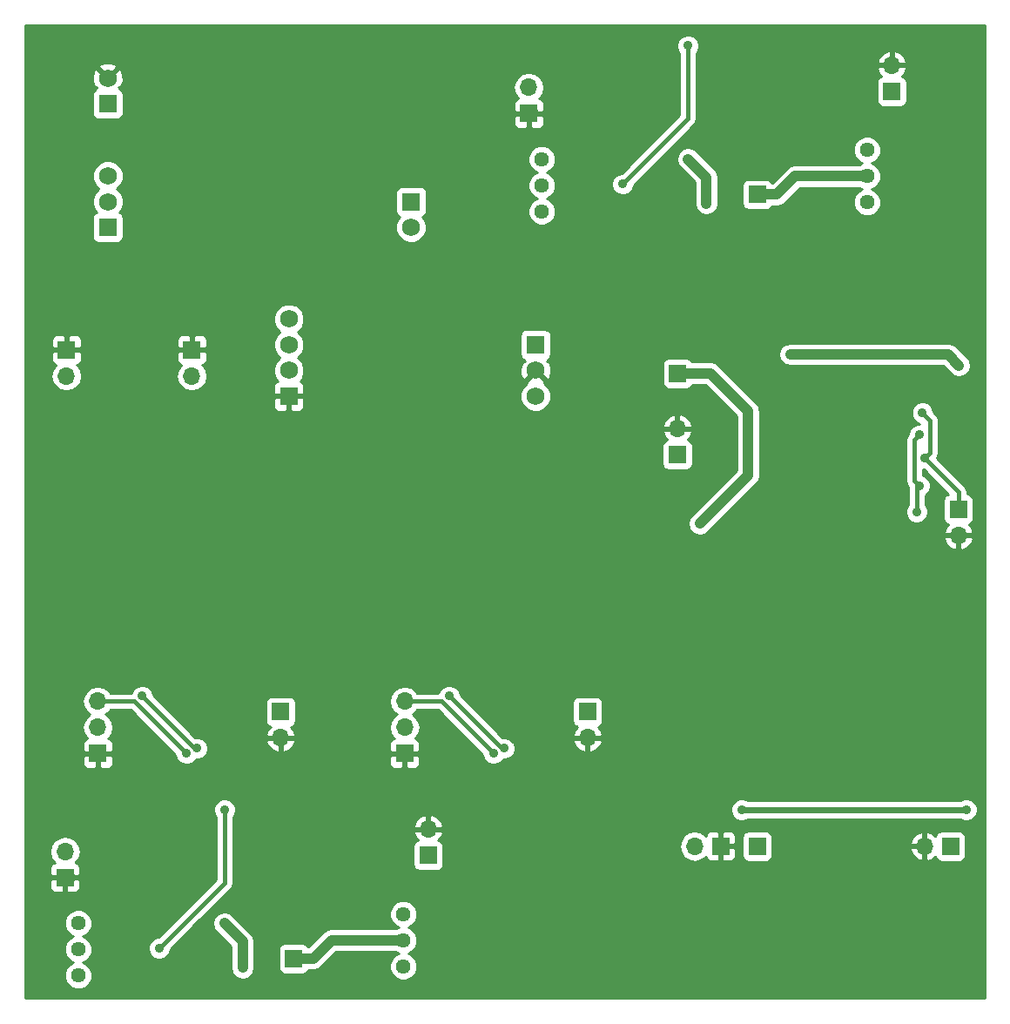
<source format=gbl>
G04 #@! TF.FileFunction,Copper,L2,Bot,Signal*
%FSLAX46Y46*%
G04 Gerber Fmt 4.6, Leading zero omitted, Abs format (unit mm)*
G04 Created by KiCad (PCBNEW 4.0.5) date 07/05/17 15:18:17*
%MOMM*%
%LPD*%
G01*
G04 APERTURE LIST*
%ADD10C,0.100000*%
%ADD11R,1.700000X1.700000*%
%ADD12O,1.700000X1.700000*%
%ADD13C,1.440000*%
%ADD14R,1.750000X1.750000*%
%ADD15C,1.750000*%
%ADD16C,0.900000*%
%ADD17C,1.000000*%
%ADD18C,1.000000*%
%ADD19C,0.400000*%
%ADD20C,0.600000*%
%ADD21C,0.254000*%
G04 APERTURE END LIST*
D10*
D11*
X80010000Y-106045000D03*
D12*
X80010000Y-103505000D03*
X80010000Y-100965000D03*
D11*
X97790000Y-101981000D03*
D12*
X97790000Y-104521000D03*
D11*
X114300000Y-51689000D03*
D13*
X93345000Y-48260000D03*
X93345000Y-50800000D03*
X93345000Y-53340000D03*
X124968000Y-47371000D03*
X124968000Y-49911000D03*
X124968000Y-52451000D03*
D11*
X127381000Y-41656000D03*
D12*
X127381000Y-39116000D03*
D11*
X92075000Y-43815000D03*
D12*
X92075000Y-41275000D03*
D14*
X51140000Y-54880000D03*
D15*
X51140000Y-52380000D03*
X51140000Y-49880000D03*
D14*
X51140000Y-42880000D03*
D15*
X51140000Y-40380000D03*
D14*
X80640000Y-52380000D03*
D15*
X80640000Y-54880000D03*
D11*
X46990000Y-118110000D03*
D12*
X46990000Y-115570000D03*
D11*
X82296000Y-115951000D03*
D12*
X82296000Y-113411000D03*
D13*
X79883000Y-121666000D03*
X79883000Y-124206000D03*
X79883000Y-126746000D03*
X48260000Y-122555000D03*
X48260000Y-125095000D03*
X48260000Y-127635000D03*
D11*
X69215000Y-125984000D03*
X47117000Y-66802000D03*
D12*
X47117000Y-69342000D03*
D11*
X59309000Y-66802000D03*
D12*
X59309000Y-69342000D03*
D14*
X68740000Y-71300000D03*
D15*
X68740000Y-68800000D03*
X68740000Y-66300000D03*
X68740000Y-63800000D03*
D14*
X92740000Y-66300000D03*
D15*
X92740000Y-68800000D03*
X92740000Y-71300000D03*
D11*
X133858000Y-82296000D03*
D12*
X133858000Y-84836000D03*
D11*
X106527600Y-76987400D03*
D12*
X106527600Y-74447400D03*
D11*
X106553000Y-69088000D03*
X110744000Y-115062000D03*
D12*
X108204000Y-115062000D03*
D11*
X133096000Y-115062000D03*
D12*
X130556000Y-115062000D03*
D11*
X114300000Y-115062000D03*
X67945000Y-101981000D03*
D12*
X67945000Y-104521000D03*
D11*
X50165000Y-106045000D03*
D12*
X50165000Y-103505000D03*
X50165000Y-100965000D03*
D16*
X90170000Y-98933000D03*
X100330000Y-86233000D03*
X105212000Y-50475000D03*
D17*
X65640000Y-38880000D03*
X75140000Y-46880000D03*
D16*
X60127000Y-124770000D03*
X49149000Y-78994000D03*
X53030000Y-75946000D03*
X53213000Y-74422000D03*
D17*
X87240000Y-69800000D03*
X78740000Y-68800000D03*
D16*
X124206000Y-78359000D03*
X124206000Y-79883000D03*
X125984000Y-78359000D03*
X125984000Y-76962000D03*
X125984000Y-79883000D03*
X124206000Y-76962000D03*
X116840000Y-69977000D03*
X121325600Y-86065400D03*
X70485000Y-86233000D03*
X60325000Y-98933000D03*
X130048000Y-75057000D03*
X130048000Y-80010000D03*
X129794000Y-82550000D03*
X134620000Y-111506000D03*
X112776000Y-111506000D03*
X107569000Y-48260000D03*
X109347000Y-52578000D03*
X64262000Y-126873000D03*
X62484000Y-122555000D03*
X101219000Y-50673000D03*
X107569000Y-37211000D03*
X62484000Y-111506000D03*
X56134000Y-124968000D03*
X117500400Y-67233800D03*
X133908800Y-68300600D03*
X108712000Y-83693000D03*
X130352800Y-72923400D03*
X130556000Y-77343000D03*
X89662000Y-105537000D03*
X84328000Y-100457000D03*
X54483000Y-100457000D03*
X59817000Y-105537000D03*
X88646000Y-106045000D03*
X58801000Y-106045000D03*
D18*
X92583000Y-43815000D02*
X92075000Y-43815000D01*
D19*
X105212000Y-50475000D02*
X105156000Y-50419000D01*
X60127000Y-124770000D02*
X60071000Y-124714000D01*
D18*
X47498000Y-118110000D02*
X46990000Y-118110000D01*
D19*
X53030000Y-75946000D02*
X53213000Y-75946000D01*
X129540000Y-79502000D02*
X130048000Y-80010000D01*
X129540000Y-75565000D02*
X129540000Y-79502000D01*
X130048000Y-75057000D02*
X129540000Y-75565000D01*
X130048000Y-80010000D02*
X129794000Y-80264000D01*
X129794000Y-80264000D02*
X129794000Y-82550000D01*
D20*
X112776000Y-111506000D02*
X134620000Y-111506000D01*
D18*
X116205000Y-51689000D02*
X117983000Y-49911000D01*
X117983000Y-49911000D02*
X124968000Y-49911000D01*
X114300000Y-51689000D02*
X116205000Y-51689000D01*
X69215000Y-125984000D02*
X71120000Y-125984000D01*
X72898000Y-124206000D02*
X79883000Y-124206000D01*
X71120000Y-125984000D02*
X72898000Y-124206000D01*
X107569000Y-48260000D02*
X109347000Y-50038000D01*
X109347000Y-50038000D02*
X109347000Y-52578000D01*
X64262000Y-124333000D02*
X64262000Y-126873000D01*
X62484000Y-122555000D02*
X64262000Y-124333000D01*
D19*
X101219000Y-50673000D02*
X107569000Y-44323000D01*
X107569000Y-44323000D02*
X107569000Y-37211000D01*
X62484000Y-118618000D02*
X62484000Y-111506000D01*
X56134000Y-124968000D02*
X62484000Y-118618000D01*
D18*
X132842000Y-67233800D02*
X117500400Y-67233800D01*
X133908800Y-68300600D02*
X132842000Y-67233800D01*
X106553000Y-69088000D02*
X109728000Y-69088000D01*
X113411000Y-78994000D02*
X108712000Y-83693000D01*
X113411000Y-72771000D02*
X113411000Y-78994000D01*
X109728000Y-69088000D02*
X113411000Y-72771000D01*
D19*
X131114800Y-76784200D02*
X130556000Y-77343000D01*
X131114800Y-73685400D02*
X131114800Y-76784200D01*
X130352800Y-72923400D02*
X131114800Y-73685400D01*
X133858000Y-80645000D02*
X133858000Y-82296000D01*
X130556000Y-77343000D02*
X133858000Y-80645000D01*
X89408000Y-105537000D02*
X89662000Y-105537000D01*
X84328000Y-100457000D02*
X89408000Y-105537000D01*
X54483000Y-100457000D02*
X59563000Y-105537000D01*
X59563000Y-105537000D02*
X59817000Y-105537000D01*
X83566000Y-100965000D02*
X88646000Y-106045000D01*
X80010000Y-100965000D02*
X83566000Y-100965000D01*
X50165000Y-100965000D02*
X53721000Y-100965000D01*
X53721000Y-100965000D02*
X58801000Y-106045000D01*
D21*
G36*
X136450000Y-129846000D02*
X43128000Y-129846000D01*
X43128000Y-122823344D01*
X46904765Y-122823344D01*
X47110617Y-123321543D01*
X47491452Y-123703043D01*
X47785264Y-123825045D01*
X47493457Y-123945617D01*
X47111957Y-124326452D01*
X46905236Y-124824291D01*
X46904765Y-125363344D01*
X47110617Y-125861543D01*
X47491452Y-126243043D01*
X47785264Y-126365045D01*
X47493457Y-126485617D01*
X47111957Y-126866452D01*
X46905236Y-127364291D01*
X46904765Y-127903344D01*
X47110617Y-128401543D01*
X47491452Y-128783043D01*
X47989291Y-128989764D01*
X48528344Y-128990235D01*
X49026543Y-128784383D01*
X49408043Y-128403548D01*
X49614764Y-127905709D01*
X49615235Y-127366656D01*
X49409383Y-126868457D01*
X49028548Y-126486957D01*
X48734736Y-126364955D01*
X49026543Y-126244383D01*
X49408043Y-125863548D01*
X49614764Y-125365709D01*
X49614923Y-125182873D01*
X55048812Y-125182873D01*
X55213646Y-125581800D01*
X55518595Y-125887282D01*
X55917233Y-126052811D01*
X56348873Y-126053188D01*
X56747800Y-125888354D01*
X57053282Y-125583405D01*
X57218811Y-125184767D01*
X57218917Y-125063951D01*
X59727868Y-122555000D01*
X61349000Y-122555000D01*
X61435397Y-122989345D01*
X61681434Y-123357566D01*
X63127000Y-124803132D01*
X63127000Y-126873000D01*
X63213397Y-127307346D01*
X63459434Y-127675566D01*
X63827654Y-127921603D01*
X64262000Y-128008000D01*
X64696346Y-127921603D01*
X65064566Y-127675566D01*
X65310603Y-127307346D01*
X65397000Y-126873000D01*
X65397000Y-125134000D01*
X67717560Y-125134000D01*
X67717560Y-126834000D01*
X67761838Y-127069317D01*
X67900910Y-127285441D01*
X68113110Y-127430431D01*
X68365000Y-127481440D01*
X70065000Y-127481440D01*
X70300317Y-127437162D01*
X70516441Y-127298090D01*
X70638808Y-127119000D01*
X71120000Y-127119000D01*
X71554346Y-127032603D01*
X71922566Y-126786566D01*
X73368132Y-125341000D01*
X79101432Y-125341000D01*
X79114452Y-125354043D01*
X79408264Y-125476045D01*
X79116457Y-125596617D01*
X78734957Y-125977452D01*
X78528236Y-126475291D01*
X78527765Y-127014344D01*
X78733617Y-127512543D01*
X79114452Y-127894043D01*
X79612291Y-128100764D01*
X80151344Y-128101235D01*
X80649543Y-127895383D01*
X81031043Y-127514548D01*
X81237764Y-127016709D01*
X81238235Y-126477656D01*
X81032383Y-125979457D01*
X80651548Y-125597957D01*
X80357736Y-125475955D01*
X80649543Y-125355383D01*
X81031043Y-124974548D01*
X81237764Y-124476709D01*
X81238235Y-123937656D01*
X81032383Y-123439457D01*
X80651548Y-123057957D01*
X80357736Y-122935955D01*
X80649543Y-122815383D01*
X81031043Y-122434548D01*
X81237764Y-121936709D01*
X81238235Y-121397656D01*
X81032383Y-120899457D01*
X80651548Y-120517957D01*
X80153709Y-120311236D01*
X79614656Y-120310765D01*
X79116457Y-120516617D01*
X78734957Y-120897452D01*
X78528236Y-121395291D01*
X78527765Y-121934344D01*
X78733617Y-122432543D01*
X79114452Y-122814043D01*
X79408264Y-122936045D01*
X79116457Y-123056617D01*
X79102049Y-123071000D01*
X72898000Y-123071000D01*
X72463654Y-123157397D01*
X72214992Y-123323548D01*
X72095434Y-123403434D01*
X70649868Y-124849000D01*
X70636192Y-124849000D01*
X70529090Y-124682559D01*
X70316890Y-124537569D01*
X70065000Y-124486560D01*
X68365000Y-124486560D01*
X68129683Y-124530838D01*
X67913559Y-124669910D01*
X67768569Y-124882110D01*
X67717560Y-125134000D01*
X65397000Y-125134000D01*
X65397000Y-124333000D01*
X65310603Y-123898654D01*
X65064566Y-123530434D01*
X63286566Y-121752434D01*
X62918345Y-121506397D01*
X62484000Y-121420000D01*
X62049655Y-121506397D01*
X61681434Y-121752434D01*
X61435397Y-122120655D01*
X61349000Y-122555000D01*
X59727868Y-122555000D01*
X63074434Y-119208434D01*
X63255439Y-118937541D01*
X63319000Y-118618000D01*
X63319000Y-115101000D01*
X80798560Y-115101000D01*
X80798560Y-116801000D01*
X80842838Y-117036317D01*
X80981910Y-117252441D01*
X81194110Y-117397431D01*
X81446000Y-117448440D01*
X83146000Y-117448440D01*
X83381317Y-117404162D01*
X83597441Y-117265090D01*
X83742431Y-117052890D01*
X83793440Y-116801000D01*
X83793440Y-115101000D01*
X83780628Y-115032907D01*
X106719000Y-115032907D01*
X106719000Y-115091093D01*
X106832039Y-115659378D01*
X107153946Y-116141147D01*
X107635715Y-116463054D01*
X108204000Y-116576093D01*
X108772285Y-116463054D01*
X109254054Y-116141147D01*
X109283403Y-116097223D01*
X109355673Y-116271698D01*
X109534301Y-116450327D01*
X109767690Y-116547000D01*
X110458250Y-116547000D01*
X110617000Y-116388250D01*
X110617000Y-115189000D01*
X110871000Y-115189000D01*
X110871000Y-116388250D01*
X111029750Y-116547000D01*
X111720310Y-116547000D01*
X111953699Y-116450327D01*
X112132327Y-116271698D01*
X112229000Y-116038309D01*
X112229000Y-115347750D01*
X112070250Y-115189000D01*
X110871000Y-115189000D01*
X110617000Y-115189000D01*
X110597000Y-115189000D01*
X110597000Y-114935000D01*
X110617000Y-114935000D01*
X110617000Y-113735750D01*
X110871000Y-113735750D01*
X110871000Y-114935000D01*
X112070250Y-114935000D01*
X112229000Y-114776250D01*
X112229000Y-114212000D01*
X112802560Y-114212000D01*
X112802560Y-115912000D01*
X112846838Y-116147317D01*
X112985910Y-116363441D01*
X113198110Y-116508431D01*
X113450000Y-116559440D01*
X115150000Y-116559440D01*
X115385317Y-116515162D01*
X115601441Y-116376090D01*
X115746431Y-116163890D01*
X115797440Y-115912000D01*
X115797440Y-115418892D01*
X129114514Y-115418892D01*
X129360817Y-115943358D01*
X129789076Y-116333645D01*
X130199110Y-116503476D01*
X130429000Y-116382155D01*
X130429000Y-115189000D01*
X129235181Y-115189000D01*
X129114514Y-115418892D01*
X115797440Y-115418892D01*
X115797440Y-114705108D01*
X129114514Y-114705108D01*
X129235181Y-114935000D01*
X130429000Y-114935000D01*
X130429000Y-113741845D01*
X130683000Y-113741845D01*
X130683000Y-114935000D01*
X130703000Y-114935000D01*
X130703000Y-115189000D01*
X130683000Y-115189000D01*
X130683000Y-116382155D01*
X130912890Y-116503476D01*
X131322924Y-116333645D01*
X131625937Y-116057499D01*
X131642838Y-116147317D01*
X131781910Y-116363441D01*
X131994110Y-116508431D01*
X132246000Y-116559440D01*
X133946000Y-116559440D01*
X134181317Y-116515162D01*
X134397441Y-116376090D01*
X134542431Y-116163890D01*
X134593440Y-115912000D01*
X134593440Y-114212000D01*
X134549162Y-113976683D01*
X134410090Y-113760559D01*
X134197890Y-113615569D01*
X133946000Y-113564560D01*
X132246000Y-113564560D01*
X132010683Y-113608838D01*
X131794559Y-113747910D01*
X131649569Y-113960110D01*
X131627699Y-114068107D01*
X131322924Y-113790355D01*
X130912890Y-113620524D01*
X130683000Y-113741845D01*
X130429000Y-113741845D01*
X130199110Y-113620524D01*
X129789076Y-113790355D01*
X129360817Y-114180642D01*
X129114514Y-114705108D01*
X115797440Y-114705108D01*
X115797440Y-114212000D01*
X115753162Y-113976683D01*
X115614090Y-113760559D01*
X115401890Y-113615569D01*
X115150000Y-113564560D01*
X113450000Y-113564560D01*
X113214683Y-113608838D01*
X112998559Y-113747910D01*
X112853569Y-113960110D01*
X112802560Y-114212000D01*
X112229000Y-114212000D01*
X112229000Y-114085691D01*
X112132327Y-113852302D01*
X111953699Y-113673673D01*
X111720310Y-113577000D01*
X111029750Y-113577000D01*
X110871000Y-113735750D01*
X110617000Y-113735750D01*
X110458250Y-113577000D01*
X109767690Y-113577000D01*
X109534301Y-113673673D01*
X109355673Y-113852302D01*
X109283403Y-114026777D01*
X109254054Y-113982853D01*
X108772285Y-113660946D01*
X108204000Y-113547907D01*
X107635715Y-113660946D01*
X107153946Y-113982853D01*
X106832039Y-114464622D01*
X106719000Y-115032907D01*
X83780628Y-115032907D01*
X83749162Y-114865683D01*
X83610090Y-114649559D01*
X83397890Y-114504569D01*
X83289893Y-114482699D01*
X83567645Y-114177924D01*
X83737476Y-113767890D01*
X83616155Y-113538000D01*
X82423000Y-113538000D01*
X82423000Y-113558000D01*
X82169000Y-113558000D01*
X82169000Y-113538000D01*
X80975845Y-113538000D01*
X80854524Y-113767890D01*
X81024355Y-114177924D01*
X81300501Y-114480937D01*
X81210683Y-114497838D01*
X80994559Y-114636910D01*
X80849569Y-114849110D01*
X80798560Y-115101000D01*
X63319000Y-115101000D01*
X63319000Y-113054110D01*
X80854524Y-113054110D01*
X80975845Y-113284000D01*
X82169000Y-113284000D01*
X82169000Y-112090181D01*
X82423000Y-112090181D01*
X82423000Y-113284000D01*
X83616155Y-113284000D01*
X83737476Y-113054110D01*
X83567645Y-112644076D01*
X83177358Y-112215817D01*
X82652892Y-111969514D01*
X82423000Y-112090181D01*
X82169000Y-112090181D01*
X81939108Y-111969514D01*
X81414642Y-112215817D01*
X81024355Y-112644076D01*
X80854524Y-113054110D01*
X63319000Y-113054110D01*
X63319000Y-112205540D01*
X63403282Y-112121405D01*
X63568811Y-111722767D01*
X63568812Y-111720873D01*
X111690812Y-111720873D01*
X111855646Y-112119800D01*
X112160595Y-112425282D01*
X112559233Y-112590811D01*
X112990873Y-112591188D01*
X113354354Y-112441000D01*
X134042448Y-112441000D01*
X134403233Y-112590811D01*
X134834873Y-112591188D01*
X135233800Y-112426354D01*
X135539282Y-112121405D01*
X135704811Y-111722767D01*
X135705188Y-111291127D01*
X135540354Y-110892200D01*
X135235405Y-110586718D01*
X134836767Y-110421189D01*
X134405127Y-110420812D01*
X134041646Y-110571000D01*
X113353552Y-110571000D01*
X112992767Y-110421189D01*
X112561127Y-110420812D01*
X112162200Y-110585646D01*
X111856718Y-110890595D01*
X111691189Y-111289233D01*
X111690812Y-111720873D01*
X63568812Y-111720873D01*
X63569188Y-111291127D01*
X63404354Y-110892200D01*
X63099405Y-110586718D01*
X62700767Y-110421189D01*
X62269127Y-110420812D01*
X61870200Y-110585646D01*
X61564718Y-110890595D01*
X61399189Y-111289233D01*
X61398812Y-111720873D01*
X61563646Y-112119800D01*
X61649000Y-112205303D01*
X61649000Y-118272132D01*
X56038216Y-123882916D01*
X55919127Y-123882812D01*
X55520200Y-124047646D01*
X55214718Y-124352595D01*
X55049189Y-124751233D01*
X55048812Y-125182873D01*
X49614923Y-125182873D01*
X49615235Y-124826656D01*
X49409383Y-124328457D01*
X49028548Y-123946957D01*
X48734736Y-123824955D01*
X49026543Y-123704383D01*
X49408043Y-123323548D01*
X49614764Y-122825709D01*
X49615235Y-122286656D01*
X49409383Y-121788457D01*
X49028548Y-121406957D01*
X48530709Y-121200236D01*
X47991656Y-121199765D01*
X47493457Y-121405617D01*
X47111957Y-121786452D01*
X46905236Y-122284291D01*
X46904765Y-122823344D01*
X43128000Y-122823344D01*
X43128000Y-118395750D01*
X45505000Y-118395750D01*
X45505000Y-119086310D01*
X45601673Y-119319699D01*
X45780302Y-119498327D01*
X46013691Y-119595000D01*
X46704250Y-119595000D01*
X46863000Y-119436250D01*
X46863000Y-118237000D01*
X47117000Y-118237000D01*
X47117000Y-119436250D01*
X47275750Y-119595000D01*
X47966309Y-119595000D01*
X48199698Y-119498327D01*
X48378327Y-119319699D01*
X48475000Y-119086310D01*
X48475000Y-118395750D01*
X48316250Y-118237000D01*
X47117000Y-118237000D01*
X46863000Y-118237000D01*
X45663750Y-118237000D01*
X45505000Y-118395750D01*
X43128000Y-118395750D01*
X43128000Y-115570000D01*
X45475907Y-115570000D01*
X45588946Y-116138285D01*
X45910853Y-116620054D01*
X45954777Y-116649403D01*
X45780302Y-116721673D01*
X45601673Y-116900301D01*
X45505000Y-117133690D01*
X45505000Y-117824250D01*
X45663750Y-117983000D01*
X46863000Y-117983000D01*
X46863000Y-117963000D01*
X47117000Y-117963000D01*
X47117000Y-117983000D01*
X48316250Y-117983000D01*
X48475000Y-117824250D01*
X48475000Y-117133690D01*
X48378327Y-116900301D01*
X48199698Y-116721673D01*
X48025223Y-116649403D01*
X48069147Y-116620054D01*
X48391054Y-116138285D01*
X48504093Y-115570000D01*
X48391054Y-115001715D01*
X48069147Y-114519946D01*
X47587378Y-114198039D01*
X47019093Y-114085000D01*
X46960907Y-114085000D01*
X46392622Y-114198039D01*
X45910853Y-114519946D01*
X45588946Y-115001715D01*
X45475907Y-115570000D01*
X43128000Y-115570000D01*
X43128000Y-106330750D01*
X48680000Y-106330750D01*
X48680000Y-107021310D01*
X48776673Y-107254699D01*
X48955302Y-107433327D01*
X49188691Y-107530000D01*
X49879250Y-107530000D01*
X50038000Y-107371250D01*
X50038000Y-106172000D01*
X50292000Y-106172000D01*
X50292000Y-107371250D01*
X50450750Y-107530000D01*
X51141309Y-107530000D01*
X51374698Y-107433327D01*
X51553327Y-107254699D01*
X51650000Y-107021310D01*
X51650000Y-106330750D01*
X51491250Y-106172000D01*
X50292000Y-106172000D01*
X50038000Y-106172000D01*
X48838750Y-106172000D01*
X48680000Y-106330750D01*
X43128000Y-106330750D01*
X43128000Y-100965000D01*
X48650907Y-100965000D01*
X48763946Y-101533285D01*
X49085853Y-102015054D01*
X49415026Y-102235000D01*
X49085853Y-102454946D01*
X48763946Y-102936715D01*
X48650907Y-103505000D01*
X48763946Y-104073285D01*
X49085853Y-104555054D01*
X49129777Y-104584403D01*
X48955302Y-104656673D01*
X48776673Y-104835301D01*
X48680000Y-105068690D01*
X48680000Y-105759250D01*
X48838750Y-105918000D01*
X50038000Y-105918000D01*
X50038000Y-105898000D01*
X50292000Y-105898000D01*
X50292000Y-105918000D01*
X51491250Y-105918000D01*
X51650000Y-105759250D01*
X51650000Y-105068690D01*
X51553327Y-104835301D01*
X51374698Y-104656673D01*
X51200223Y-104584403D01*
X51244147Y-104555054D01*
X51566054Y-104073285D01*
X51679093Y-103505000D01*
X51566054Y-102936715D01*
X51244147Y-102454946D01*
X50914974Y-102235000D01*
X51244147Y-102015054D01*
X51387841Y-101800000D01*
X53375132Y-101800000D01*
X57715916Y-106140784D01*
X57715812Y-106259873D01*
X57880646Y-106658800D01*
X58185595Y-106964282D01*
X58584233Y-107129811D01*
X59015873Y-107130188D01*
X59414800Y-106965354D01*
X59720282Y-106660405D01*
X59736258Y-106621930D01*
X60031873Y-106622188D01*
X60430800Y-106457354D01*
X60557625Y-106330750D01*
X78525000Y-106330750D01*
X78525000Y-107021310D01*
X78621673Y-107254699D01*
X78800302Y-107433327D01*
X79033691Y-107530000D01*
X79724250Y-107530000D01*
X79883000Y-107371250D01*
X79883000Y-106172000D01*
X80137000Y-106172000D01*
X80137000Y-107371250D01*
X80295750Y-107530000D01*
X80986309Y-107530000D01*
X81219698Y-107433327D01*
X81398327Y-107254699D01*
X81495000Y-107021310D01*
X81495000Y-106330750D01*
X81336250Y-106172000D01*
X80137000Y-106172000D01*
X79883000Y-106172000D01*
X78683750Y-106172000D01*
X78525000Y-106330750D01*
X60557625Y-106330750D01*
X60736282Y-106152405D01*
X60901811Y-105753767D01*
X60902188Y-105322127D01*
X60737354Y-104923200D01*
X60692124Y-104877890D01*
X66503524Y-104877890D01*
X66673355Y-105287924D01*
X67063642Y-105716183D01*
X67588108Y-105962486D01*
X67818000Y-105841819D01*
X67818000Y-104648000D01*
X68072000Y-104648000D01*
X68072000Y-105841819D01*
X68301892Y-105962486D01*
X68826358Y-105716183D01*
X69216645Y-105287924D01*
X69386476Y-104877890D01*
X69265155Y-104648000D01*
X68072000Y-104648000D01*
X67818000Y-104648000D01*
X66624845Y-104648000D01*
X66503524Y-104877890D01*
X60692124Y-104877890D01*
X60432405Y-104617718D01*
X60033767Y-104452189D01*
X59658729Y-104451861D01*
X56337868Y-101131000D01*
X66447560Y-101131000D01*
X66447560Y-102831000D01*
X66491838Y-103066317D01*
X66630910Y-103282441D01*
X66843110Y-103427431D01*
X66951107Y-103449301D01*
X66673355Y-103754076D01*
X66503524Y-104164110D01*
X66624845Y-104394000D01*
X67818000Y-104394000D01*
X67818000Y-104374000D01*
X68072000Y-104374000D01*
X68072000Y-104394000D01*
X69265155Y-104394000D01*
X69386476Y-104164110D01*
X69216645Y-103754076D01*
X68940499Y-103451063D01*
X69030317Y-103434162D01*
X69246441Y-103295090D01*
X69391431Y-103082890D01*
X69442440Y-102831000D01*
X69442440Y-101131000D01*
X69411205Y-100965000D01*
X78495907Y-100965000D01*
X78608946Y-101533285D01*
X78930853Y-102015054D01*
X79260026Y-102235000D01*
X78930853Y-102454946D01*
X78608946Y-102936715D01*
X78495907Y-103505000D01*
X78608946Y-104073285D01*
X78930853Y-104555054D01*
X78974777Y-104584403D01*
X78800302Y-104656673D01*
X78621673Y-104835301D01*
X78525000Y-105068690D01*
X78525000Y-105759250D01*
X78683750Y-105918000D01*
X79883000Y-105918000D01*
X79883000Y-105898000D01*
X80137000Y-105898000D01*
X80137000Y-105918000D01*
X81336250Y-105918000D01*
X81495000Y-105759250D01*
X81495000Y-105068690D01*
X81398327Y-104835301D01*
X81219698Y-104656673D01*
X81045223Y-104584403D01*
X81089147Y-104555054D01*
X81411054Y-104073285D01*
X81524093Y-103505000D01*
X81411054Y-102936715D01*
X81089147Y-102454946D01*
X80759974Y-102235000D01*
X81089147Y-102015054D01*
X81232841Y-101800000D01*
X83220132Y-101800000D01*
X87560916Y-106140784D01*
X87560812Y-106259873D01*
X87725646Y-106658800D01*
X88030595Y-106964282D01*
X88429233Y-107129811D01*
X88860873Y-107130188D01*
X89259800Y-106965354D01*
X89565282Y-106660405D01*
X89581258Y-106621930D01*
X89876873Y-106622188D01*
X90275800Y-106457354D01*
X90581282Y-106152405D01*
X90746811Y-105753767D01*
X90747188Y-105322127D01*
X90582354Y-104923200D01*
X90537124Y-104877890D01*
X96348524Y-104877890D01*
X96518355Y-105287924D01*
X96908642Y-105716183D01*
X97433108Y-105962486D01*
X97663000Y-105841819D01*
X97663000Y-104648000D01*
X97917000Y-104648000D01*
X97917000Y-105841819D01*
X98146892Y-105962486D01*
X98671358Y-105716183D01*
X99061645Y-105287924D01*
X99231476Y-104877890D01*
X99110155Y-104648000D01*
X97917000Y-104648000D01*
X97663000Y-104648000D01*
X96469845Y-104648000D01*
X96348524Y-104877890D01*
X90537124Y-104877890D01*
X90277405Y-104617718D01*
X89878767Y-104452189D01*
X89503729Y-104451861D01*
X86182868Y-101131000D01*
X96292560Y-101131000D01*
X96292560Y-102831000D01*
X96336838Y-103066317D01*
X96475910Y-103282441D01*
X96688110Y-103427431D01*
X96796107Y-103449301D01*
X96518355Y-103754076D01*
X96348524Y-104164110D01*
X96469845Y-104394000D01*
X97663000Y-104394000D01*
X97663000Y-104374000D01*
X97917000Y-104374000D01*
X97917000Y-104394000D01*
X99110155Y-104394000D01*
X99231476Y-104164110D01*
X99061645Y-103754076D01*
X98785499Y-103451063D01*
X98875317Y-103434162D01*
X99091441Y-103295090D01*
X99236431Y-103082890D01*
X99287440Y-102831000D01*
X99287440Y-101131000D01*
X99243162Y-100895683D01*
X99104090Y-100679559D01*
X98891890Y-100534569D01*
X98640000Y-100483560D01*
X96940000Y-100483560D01*
X96704683Y-100527838D01*
X96488559Y-100666910D01*
X96343569Y-100879110D01*
X96292560Y-101131000D01*
X86182868Y-101131000D01*
X85413084Y-100361216D01*
X85413188Y-100242127D01*
X85248354Y-99843200D01*
X84943405Y-99537718D01*
X84544767Y-99372189D01*
X84113127Y-99371812D01*
X83714200Y-99536646D01*
X83408718Y-99841595D01*
X83288962Y-100130000D01*
X81232841Y-100130000D01*
X81089147Y-99914946D01*
X80607378Y-99593039D01*
X80039093Y-99480000D01*
X79980907Y-99480000D01*
X79412622Y-99593039D01*
X78930853Y-99914946D01*
X78608946Y-100396715D01*
X78495907Y-100965000D01*
X69411205Y-100965000D01*
X69398162Y-100895683D01*
X69259090Y-100679559D01*
X69046890Y-100534569D01*
X68795000Y-100483560D01*
X67095000Y-100483560D01*
X66859683Y-100527838D01*
X66643559Y-100666910D01*
X66498569Y-100879110D01*
X66447560Y-101131000D01*
X56337868Y-101131000D01*
X55568084Y-100361216D01*
X55568188Y-100242127D01*
X55403354Y-99843200D01*
X55098405Y-99537718D01*
X54699767Y-99372189D01*
X54268127Y-99371812D01*
X53869200Y-99536646D01*
X53563718Y-99841595D01*
X53443962Y-100130000D01*
X51387841Y-100130000D01*
X51244147Y-99914946D01*
X50762378Y-99593039D01*
X50194093Y-99480000D01*
X50135907Y-99480000D01*
X49567622Y-99593039D01*
X49085853Y-99914946D01*
X48763946Y-100396715D01*
X48650907Y-100965000D01*
X43128000Y-100965000D01*
X43128000Y-85192890D01*
X132416524Y-85192890D01*
X132586355Y-85602924D01*
X132976642Y-86031183D01*
X133501108Y-86277486D01*
X133731000Y-86156819D01*
X133731000Y-84963000D01*
X133985000Y-84963000D01*
X133985000Y-86156819D01*
X134214892Y-86277486D01*
X134739358Y-86031183D01*
X135129645Y-85602924D01*
X135299476Y-85192890D01*
X135178155Y-84963000D01*
X133985000Y-84963000D01*
X133731000Y-84963000D01*
X132537845Y-84963000D01*
X132416524Y-85192890D01*
X43128000Y-85192890D01*
X43128000Y-76137400D01*
X105030160Y-76137400D01*
X105030160Y-77837400D01*
X105074438Y-78072717D01*
X105213510Y-78288841D01*
X105425710Y-78433831D01*
X105677600Y-78484840D01*
X107377600Y-78484840D01*
X107612917Y-78440562D01*
X107829041Y-78301490D01*
X107974031Y-78089290D01*
X108025040Y-77837400D01*
X108025040Y-76137400D01*
X107980762Y-75902083D01*
X107841690Y-75685959D01*
X107629490Y-75540969D01*
X107521493Y-75519099D01*
X107799245Y-75214324D01*
X107969076Y-74804290D01*
X107847755Y-74574400D01*
X106654600Y-74574400D01*
X106654600Y-74594400D01*
X106400600Y-74594400D01*
X106400600Y-74574400D01*
X105207445Y-74574400D01*
X105086124Y-74804290D01*
X105255955Y-75214324D01*
X105532101Y-75517337D01*
X105442283Y-75534238D01*
X105226159Y-75673310D01*
X105081169Y-75885510D01*
X105030160Y-76137400D01*
X43128000Y-76137400D01*
X43128000Y-74090510D01*
X105086124Y-74090510D01*
X105207445Y-74320400D01*
X106400600Y-74320400D01*
X106400600Y-73126581D01*
X106654600Y-73126581D01*
X106654600Y-74320400D01*
X107847755Y-74320400D01*
X107969076Y-74090510D01*
X107799245Y-73680476D01*
X107408958Y-73252217D01*
X106884492Y-73005914D01*
X106654600Y-73126581D01*
X106400600Y-73126581D01*
X106170708Y-73005914D01*
X105646242Y-73252217D01*
X105255955Y-73680476D01*
X105086124Y-74090510D01*
X43128000Y-74090510D01*
X43128000Y-71585750D01*
X67230000Y-71585750D01*
X67230000Y-72301309D01*
X67326673Y-72534698D01*
X67505301Y-72713327D01*
X67738690Y-72810000D01*
X68454250Y-72810000D01*
X68613000Y-72651250D01*
X68613000Y-71427000D01*
X68867000Y-71427000D01*
X68867000Y-72651250D01*
X69025750Y-72810000D01*
X69741310Y-72810000D01*
X69974699Y-72713327D01*
X70153327Y-72534698D01*
X70250000Y-72301309D01*
X70250000Y-71599040D01*
X91229738Y-71599040D01*
X91459138Y-72154229D01*
X91883537Y-72579370D01*
X92438325Y-72809738D01*
X93039040Y-72810262D01*
X93594229Y-72580862D01*
X94019370Y-72156463D01*
X94249738Y-71601675D01*
X94250262Y-71000960D01*
X94020862Y-70445771D01*
X93596463Y-70020630D01*
X93573531Y-70011108D01*
X93622455Y-69862060D01*
X92740000Y-68979605D01*
X91857545Y-69862060D01*
X91906318Y-70010648D01*
X91885771Y-70019138D01*
X91460630Y-70443537D01*
X91230262Y-70998325D01*
X91229738Y-71599040D01*
X70250000Y-71599040D01*
X70250000Y-71585750D01*
X70091250Y-71427000D01*
X68867000Y-71427000D01*
X68613000Y-71427000D01*
X67388750Y-71427000D01*
X67230000Y-71585750D01*
X43128000Y-71585750D01*
X43128000Y-69342000D01*
X45602907Y-69342000D01*
X45715946Y-69910285D01*
X46037853Y-70392054D01*
X46519622Y-70713961D01*
X47087907Y-70827000D01*
X47146093Y-70827000D01*
X47714378Y-70713961D01*
X48196147Y-70392054D01*
X48518054Y-69910285D01*
X48631093Y-69342000D01*
X57794907Y-69342000D01*
X57907946Y-69910285D01*
X58229853Y-70392054D01*
X58711622Y-70713961D01*
X59279907Y-70827000D01*
X59338093Y-70827000D01*
X59906378Y-70713961D01*
X60388147Y-70392054D01*
X60710054Y-69910285D01*
X60823093Y-69342000D01*
X60710054Y-68773715D01*
X60388147Y-68291946D01*
X60344223Y-68262597D01*
X60518698Y-68190327D01*
X60697327Y-68011699D01*
X60794000Y-67778310D01*
X60794000Y-67087750D01*
X60635250Y-66929000D01*
X59436000Y-66929000D01*
X59436000Y-66949000D01*
X59182000Y-66949000D01*
X59182000Y-66929000D01*
X57982750Y-66929000D01*
X57824000Y-67087750D01*
X57824000Y-67778310D01*
X57920673Y-68011699D01*
X58099302Y-68190327D01*
X58273777Y-68262597D01*
X58229853Y-68291946D01*
X57907946Y-68773715D01*
X57794907Y-69342000D01*
X48631093Y-69342000D01*
X48518054Y-68773715D01*
X48196147Y-68291946D01*
X48152223Y-68262597D01*
X48326698Y-68190327D01*
X48505327Y-68011699D01*
X48602000Y-67778310D01*
X48602000Y-67087750D01*
X48443250Y-66929000D01*
X47244000Y-66929000D01*
X47244000Y-66949000D01*
X46990000Y-66949000D01*
X46990000Y-66929000D01*
X45790750Y-66929000D01*
X45632000Y-67087750D01*
X45632000Y-67778310D01*
X45728673Y-68011699D01*
X45907302Y-68190327D01*
X46081777Y-68262597D01*
X46037853Y-68291946D01*
X45715946Y-68773715D01*
X45602907Y-69342000D01*
X43128000Y-69342000D01*
X43128000Y-65825690D01*
X45632000Y-65825690D01*
X45632000Y-66516250D01*
X45790750Y-66675000D01*
X46990000Y-66675000D01*
X46990000Y-65475750D01*
X47244000Y-65475750D01*
X47244000Y-66675000D01*
X48443250Y-66675000D01*
X48602000Y-66516250D01*
X48602000Y-65825690D01*
X57824000Y-65825690D01*
X57824000Y-66516250D01*
X57982750Y-66675000D01*
X59182000Y-66675000D01*
X59182000Y-65475750D01*
X59436000Y-65475750D01*
X59436000Y-66675000D01*
X60635250Y-66675000D01*
X60794000Y-66516250D01*
X60794000Y-65825690D01*
X60697327Y-65592301D01*
X60518698Y-65413673D01*
X60285309Y-65317000D01*
X59594750Y-65317000D01*
X59436000Y-65475750D01*
X59182000Y-65475750D01*
X59023250Y-65317000D01*
X58332691Y-65317000D01*
X58099302Y-65413673D01*
X57920673Y-65592301D01*
X57824000Y-65825690D01*
X48602000Y-65825690D01*
X48505327Y-65592301D01*
X48326698Y-65413673D01*
X48093309Y-65317000D01*
X47402750Y-65317000D01*
X47244000Y-65475750D01*
X46990000Y-65475750D01*
X46831250Y-65317000D01*
X46140691Y-65317000D01*
X45907302Y-65413673D01*
X45728673Y-65592301D01*
X45632000Y-65825690D01*
X43128000Y-65825690D01*
X43128000Y-64099040D01*
X67229738Y-64099040D01*
X67459138Y-64654229D01*
X67854536Y-65050318D01*
X67460630Y-65443537D01*
X67230262Y-65998325D01*
X67229738Y-66599040D01*
X67459138Y-67154229D01*
X67854536Y-67550318D01*
X67460630Y-67943537D01*
X67230262Y-68498325D01*
X67229738Y-69099040D01*
X67459138Y-69654229D01*
X67636802Y-69832203D01*
X67505301Y-69886673D01*
X67326673Y-70065302D01*
X67230000Y-70298691D01*
X67230000Y-71014250D01*
X67388750Y-71173000D01*
X68613000Y-71173000D01*
X68613000Y-71153000D01*
X68867000Y-71153000D01*
X68867000Y-71173000D01*
X70091250Y-71173000D01*
X70250000Y-71014250D01*
X70250000Y-70298691D01*
X70153327Y-70065302D01*
X69974699Y-69886673D01*
X69843286Y-69832240D01*
X70019370Y-69656463D01*
X70249738Y-69101675D01*
X70250262Y-68500960D01*
X70020862Y-67945771D01*
X69625464Y-67549682D01*
X70019370Y-67156463D01*
X70249738Y-66601675D01*
X70250262Y-66000960D01*
X70020862Y-65445771D01*
X70000128Y-65425000D01*
X91217560Y-65425000D01*
X91217560Y-67175000D01*
X91261838Y-67410317D01*
X91400910Y-67626441D01*
X91602226Y-67763994D01*
X91563306Y-67802914D01*
X91677938Y-67917546D01*
X91424047Y-68000884D01*
X91218410Y-68565306D01*
X91244421Y-69165458D01*
X91424047Y-69599116D01*
X91677940Y-69682455D01*
X92560395Y-68800000D01*
X92546253Y-68785858D01*
X92725858Y-68606253D01*
X92740000Y-68620395D01*
X92754143Y-68606253D01*
X92933748Y-68785858D01*
X92919605Y-68800000D01*
X93802060Y-69682455D01*
X94055953Y-69599116D01*
X94261590Y-69034694D01*
X94235579Y-68434542D01*
X94154170Y-68238000D01*
X105055560Y-68238000D01*
X105055560Y-69938000D01*
X105099838Y-70173317D01*
X105238910Y-70389441D01*
X105451110Y-70534431D01*
X105703000Y-70585440D01*
X107403000Y-70585440D01*
X107638317Y-70541162D01*
X107854441Y-70402090D01*
X107976808Y-70223000D01*
X109257868Y-70223000D01*
X112276000Y-73241133D01*
X112276000Y-78523867D01*
X107909434Y-82890434D01*
X107663397Y-83258655D01*
X107577000Y-83693000D01*
X107663397Y-84127345D01*
X107909434Y-84495566D01*
X108277655Y-84741603D01*
X108712000Y-84828000D01*
X109146345Y-84741603D01*
X109514566Y-84495566D01*
X114213567Y-79796566D01*
X114459604Y-79428345D01*
X114546000Y-78994000D01*
X114546000Y-75565000D01*
X128705000Y-75565000D01*
X128705000Y-79502000D01*
X128768561Y-79821541D01*
X128916270Y-80042603D01*
X128949566Y-80092434D01*
X128962916Y-80105784D01*
X128962812Y-80224873D01*
X128965492Y-80231360D01*
X128959000Y-80264000D01*
X128959000Y-81850460D01*
X128874718Y-81934595D01*
X128709189Y-82333233D01*
X128708812Y-82764873D01*
X128873646Y-83163800D01*
X129178595Y-83469282D01*
X129577233Y-83634811D01*
X130008873Y-83635188D01*
X130407800Y-83470354D01*
X130713282Y-83165405D01*
X130878811Y-82766767D01*
X130879188Y-82335127D01*
X130714354Y-81936200D01*
X130629000Y-81850697D01*
X130629000Y-80943907D01*
X130661800Y-80930354D01*
X130967282Y-80625405D01*
X131132811Y-80226767D01*
X131133188Y-79795127D01*
X130968354Y-79396200D01*
X130663405Y-79090718D01*
X130375000Y-78970962D01*
X130375000Y-78427842D01*
X130460049Y-78427917D01*
X132858771Y-80826639D01*
X132772683Y-80842838D01*
X132556559Y-80981910D01*
X132411569Y-81194110D01*
X132360560Y-81446000D01*
X132360560Y-83146000D01*
X132404838Y-83381317D01*
X132543910Y-83597441D01*
X132756110Y-83742431D01*
X132864107Y-83764301D01*
X132586355Y-84069076D01*
X132416524Y-84479110D01*
X132537845Y-84709000D01*
X133731000Y-84709000D01*
X133731000Y-84689000D01*
X133985000Y-84689000D01*
X133985000Y-84709000D01*
X135178155Y-84709000D01*
X135299476Y-84479110D01*
X135129645Y-84069076D01*
X134853499Y-83766063D01*
X134943317Y-83749162D01*
X135159441Y-83610090D01*
X135304431Y-83397890D01*
X135355440Y-83146000D01*
X135355440Y-81446000D01*
X135311162Y-81210683D01*
X135172090Y-80994559D01*
X134959890Y-80849569D01*
X134708000Y-80798560D01*
X134693000Y-80798560D01*
X134693000Y-80645000D01*
X134629439Y-80325459D01*
X134448434Y-80054566D01*
X131730576Y-77336708D01*
X131886240Y-77103740D01*
X131949800Y-76784200D01*
X131949800Y-73685400D01*
X131927555Y-73573567D01*
X131886240Y-73365860D01*
X131705234Y-73094966D01*
X131437884Y-72827616D01*
X131437988Y-72708527D01*
X131273154Y-72309600D01*
X130968205Y-72004118D01*
X130569567Y-71838589D01*
X130137927Y-71838212D01*
X129739000Y-72003046D01*
X129433518Y-72307995D01*
X129267989Y-72706633D01*
X129267612Y-73138273D01*
X129432446Y-73537200D01*
X129737395Y-73842682D01*
X130048828Y-73972000D01*
X129833127Y-73971812D01*
X129434200Y-74136646D01*
X129128718Y-74441595D01*
X128963189Y-74840233D01*
X128963083Y-74961048D01*
X128949566Y-74974566D01*
X128768561Y-75245459D01*
X128705000Y-75565000D01*
X114546000Y-75565000D01*
X114546000Y-72771000D01*
X114508179Y-72580862D01*
X114459604Y-72336655D01*
X114213567Y-71968434D01*
X110530566Y-68285434D01*
X110388228Y-68190327D01*
X110162346Y-68039397D01*
X109728000Y-67953000D01*
X107974192Y-67953000D01*
X107867090Y-67786559D01*
X107654890Y-67641569D01*
X107403000Y-67590560D01*
X105703000Y-67590560D01*
X105467683Y-67634838D01*
X105251559Y-67773910D01*
X105106569Y-67986110D01*
X105055560Y-68238000D01*
X94154170Y-68238000D01*
X94055953Y-68000884D01*
X93802062Y-67917546D01*
X93916694Y-67802914D01*
X93875644Y-67761864D01*
X94066441Y-67639090D01*
X94211431Y-67426890D01*
X94250532Y-67233800D01*
X116365400Y-67233800D01*
X116451797Y-67668146D01*
X116697834Y-68036366D01*
X117066054Y-68282403D01*
X117500400Y-68368800D01*
X132371868Y-68368800D01*
X133106234Y-69103166D01*
X133474455Y-69349203D01*
X133908800Y-69435600D01*
X134343145Y-69349203D01*
X134711366Y-69103166D01*
X134957403Y-68734945D01*
X135043800Y-68300600D01*
X134957403Y-67866255D01*
X134711366Y-67498034D01*
X133644566Y-66431234D01*
X133468284Y-66313446D01*
X133276346Y-66185197D01*
X132842000Y-66098800D01*
X117500400Y-66098800D01*
X117066054Y-66185197D01*
X116697834Y-66431234D01*
X116451797Y-66799454D01*
X116365400Y-67233800D01*
X94250532Y-67233800D01*
X94262440Y-67175000D01*
X94262440Y-65425000D01*
X94218162Y-65189683D01*
X94079090Y-64973559D01*
X93866890Y-64828569D01*
X93615000Y-64777560D01*
X91865000Y-64777560D01*
X91629683Y-64821838D01*
X91413559Y-64960910D01*
X91268569Y-65173110D01*
X91217560Y-65425000D01*
X70000128Y-65425000D01*
X69625464Y-65049682D01*
X70019370Y-64656463D01*
X70249738Y-64101675D01*
X70250262Y-63500960D01*
X70020862Y-62945771D01*
X69596463Y-62520630D01*
X69041675Y-62290262D01*
X68440960Y-62289738D01*
X67885771Y-62519138D01*
X67460630Y-62943537D01*
X67230262Y-63498325D01*
X67229738Y-64099040D01*
X43128000Y-64099040D01*
X43128000Y-54005000D01*
X49617560Y-54005000D01*
X49617560Y-55755000D01*
X49661838Y-55990317D01*
X49800910Y-56206441D01*
X50013110Y-56351431D01*
X50265000Y-56402440D01*
X52015000Y-56402440D01*
X52250317Y-56358162D01*
X52466441Y-56219090D01*
X52611431Y-56006890D01*
X52662440Y-55755000D01*
X52662440Y-54005000D01*
X52618162Y-53769683D01*
X52479090Y-53553559D01*
X52266890Y-53408569D01*
X52250324Y-53405214D01*
X52419370Y-53236463D01*
X52649738Y-52681675D01*
X52650262Y-52080960D01*
X52420862Y-51525771D01*
X52400128Y-51505000D01*
X79117560Y-51505000D01*
X79117560Y-53255000D01*
X79161838Y-53490317D01*
X79300910Y-53706441D01*
X79513110Y-53851431D01*
X79529676Y-53854786D01*
X79360630Y-54023537D01*
X79130262Y-54578325D01*
X79129738Y-55179040D01*
X79359138Y-55734229D01*
X79783537Y-56159370D01*
X80338325Y-56389738D01*
X80939040Y-56390262D01*
X81494229Y-56160862D01*
X81919370Y-55736463D01*
X82149738Y-55181675D01*
X82150262Y-54580960D01*
X81920862Y-54025771D01*
X81752283Y-53856897D01*
X81966441Y-53719090D01*
X82111431Y-53506890D01*
X82162440Y-53255000D01*
X82162440Y-51505000D01*
X82118162Y-51269683D01*
X81979090Y-51053559D01*
X81766890Y-50908569D01*
X81515000Y-50857560D01*
X79765000Y-50857560D01*
X79529683Y-50901838D01*
X79313559Y-51040910D01*
X79168569Y-51253110D01*
X79117560Y-51505000D01*
X52400128Y-51505000D01*
X52025464Y-51129682D01*
X52419370Y-50736463D01*
X52649738Y-50181675D01*
X52650262Y-49580960D01*
X52420862Y-49025771D01*
X51996463Y-48600630D01*
X51822379Y-48528344D01*
X91989765Y-48528344D01*
X92195617Y-49026543D01*
X92576452Y-49408043D01*
X92870264Y-49530045D01*
X92578457Y-49650617D01*
X92196957Y-50031452D01*
X91990236Y-50529291D01*
X91989765Y-51068344D01*
X92195617Y-51566543D01*
X92576452Y-51948043D01*
X92870264Y-52070045D01*
X92578457Y-52190617D01*
X92196957Y-52571452D01*
X91990236Y-53069291D01*
X91989765Y-53608344D01*
X92195617Y-54106543D01*
X92576452Y-54488043D01*
X93074291Y-54694764D01*
X93613344Y-54695235D01*
X94111543Y-54489383D01*
X94493043Y-54108548D01*
X94699764Y-53610709D01*
X94700235Y-53071656D01*
X94494383Y-52573457D01*
X94113548Y-52191957D01*
X93819736Y-52069955D01*
X94111543Y-51949383D01*
X94493043Y-51568548D01*
X94699764Y-51070709D01*
X94699923Y-50887873D01*
X100133812Y-50887873D01*
X100298646Y-51286800D01*
X100603595Y-51592282D01*
X101002233Y-51757811D01*
X101433873Y-51758188D01*
X101832800Y-51593354D01*
X102138282Y-51288405D01*
X102303811Y-50889767D01*
X102303917Y-50768951D01*
X104812868Y-48260000D01*
X106434000Y-48260000D01*
X106520397Y-48694345D01*
X106766434Y-49062566D01*
X108212000Y-50508132D01*
X108212000Y-52578000D01*
X108298397Y-53012346D01*
X108544434Y-53380566D01*
X108912654Y-53626603D01*
X109347000Y-53713000D01*
X109781346Y-53626603D01*
X110149566Y-53380566D01*
X110395603Y-53012346D01*
X110482000Y-52578000D01*
X110482000Y-50839000D01*
X112802560Y-50839000D01*
X112802560Y-52539000D01*
X112846838Y-52774317D01*
X112985910Y-52990441D01*
X113198110Y-53135431D01*
X113450000Y-53186440D01*
X115150000Y-53186440D01*
X115385317Y-53142162D01*
X115601441Y-53003090D01*
X115723808Y-52824000D01*
X116205000Y-52824000D01*
X116639346Y-52737603D01*
X117007566Y-52491566D01*
X118453132Y-51046000D01*
X124186432Y-51046000D01*
X124199452Y-51059043D01*
X124493264Y-51181045D01*
X124201457Y-51301617D01*
X123819957Y-51682452D01*
X123613236Y-52180291D01*
X123612765Y-52719344D01*
X123818617Y-53217543D01*
X124199452Y-53599043D01*
X124697291Y-53805764D01*
X125236344Y-53806235D01*
X125734543Y-53600383D01*
X126116043Y-53219548D01*
X126322764Y-52721709D01*
X126323235Y-52182656D01*
X126117383Y-51684457D01*
X125736548Y-51302957D01*
X125442736Y-51180955D01*
X125734543Y-51060383D01*
X126116043Y-50679548D01*
X126322764Y-50181709D01*
X126323235Y-49642656D01*
X126117383Y-49144457D01*
X125736548Y-48762957D01*
X125442736Y-48640955D01*
X125734543Y-48520383D01*
X126116043Y-48139548D01*
X126322764Y-47641709D01*
X126323235Y-47102656D01*
X126117383Y-46604457D01*
X125736548Y-46222957D01*
X125238709Y-46016236D01*
X124699656Y-46015765D01*
X124201457Y-46221617D01*
X123819957Y-46602452D01*
X123613236Y-47100291D01*
X123612765Y-47639344D01*
X123818617Y-48137543D01*
X124199452Y-48519043D01*
X124493264Y-48641045D01*
X124201457Y-48761617D01*
X124187049Y-48776000D01*
X117983000Y-48776000D01*
X117548654Y-48862397D01*
X117299992Y-49028548D01*
X117180434Y-49108434D01*
X115734868Y-50554000D01*
X115721192Y-50554000D01*
X115614090Y-50387559D01*
X115401890Y-50242569D01*
X115150000Y-50191560D01*
X113450000Y-50191560D01*
X113214683Y-50235838D01*
X112998559Y-50374910D01*
X112853569Y-50587110D01*
X112802560Y-50839000D01*
X110482000Y-50839000D01*
X110482000Y-50038000D01*
X110395603Y-49603654D01*
X110149566Y-49235434D01*
X108371566Y-47457434D01*
X108003345Y-47211397D01*
X107569000Y-47125000D01*
X107134655Y-47211397D01*
X106766434Y-47457434D01*
X106520397Y-47825655D01*
X106434000Y-48260000D01*
X104812868Y-48260000D01*
X108159434Y-44913434D01*
X108340439Y-44642541D01*
X108404000Y-44323000D01*
X108404000Y-40806000D01*
X125883560Y-40806000D01*
X125883560Y-42506000D01*
X125927838Y-42741317D01*
X126066910Y-42957441D01*
X126279110Y-43102431D01*
X126531000Y-43153440D01*
X128231000Y-43153440D01*
X128466317Y-43109162D01*
X128682441Y-42970090D01*
X128827431Y-42757890D01*
X128878440Y-42506000D01*
X128878440Y-40806000D01*
X128834162Y-40570683D01*
X128695090Y-40354559D01*
X128482890Y-40209569D01*
X128374893Y-40187699D01*
X128652645Y-39882924D01*
X128822476Y-39472890D01*
X128701155Y-39243000D01*
X127508000Y-39243000D01*
X127508000Y-39263000D01*
X127254000Y-39263000D01*
X127254000Y-39243000D01*
X126060845Y-39243000D01*
X125939524Y-39472890D01*
X126109355Y-39882924D01*
X126385501Y-40185937D01*
X126295683Y-40202838D01*
X126079559Y-40341910D01*
X125934569Y-40554110D01*
X125883560Y-40806000D01*
X108404000Y-40806000D01*
X108404000Y-38759110D01*
X125939524Y-38759110D01*
X126060845Y-38989000D01*
X127254000Y-38989000D01*
X127254000Y-37795181D01*
X127508000Y-37795181D01*
X127508000Y-38989000D01*
X128701155Y-38989000D01*
X128822476Y-38759110D01*
X128652645Y-38349076D01*
X128262358Y-37920817D01*
X127737892Y-37674514D01*
X127508000Y-37795181D01*
X127254000Y-37795181D01*
X127024108Y-37674514D01*
X126499642Y-37920817D01*
X126109355Y-38349076D01*
X125939524Y-38759110D01*
X108404000Y-38759110D01*
X108404000Y-37910540D01*
X108488282Y-37826405D01*
X108653811Y-37427767D01*
X108654188Y-36996127D01*
X108489354Y-36597200D01*
X108184405Y-36291718D01*
X107785767Y-36126189D01*
X107354127Y-36125812D01*
X106955200Y-36290646D01*
X106649718Y-36595595D01*
X106484189Y-36994233D01*
X106483812Y-37425873D01*
X106648646Y-37824800D01*
X106734000Y-37910303D01*
X106734000Y-43977132D01*
X101123216Y-49587916D01*
X101004127Y-49587812D01*
X100605200Y-49752646D01*
X100299718Y-50057595D01*
X100134189Y-50456233D01*
X100133812Y-50887873D01*
X94699923Y-50887873D01*
X94700235Y-50531656D01*
X94494383Y-50033457D01*
X94113548Y-49651957D01*
X93819736Y-49529955D01*
X94111543Y-49409383D01*
X94493043Y-49028548D01*
X94699764Y-48530709D01*
X94700235Y-47991656D01*
X94494383Y-47493457D01*
X94113548Y-47111957D01*
X93615709Y-46905236D01*
X93076656Y-46904765D01*
X92578457Y-47110617D01*
X92196957Y-47491452D01*
X91990236Y-47989291D01*
X91989765Y-48528344D01*
X51822379Y-48528344D01*
X51441675Y-48370262D01*
X50840960Y-48369738D01*
X50285771Y-48599138D01*
X49860630Y-49023537D01*
X49630262Y-49578325D01*
X49629738Y-50179040D01*
X49859138Y-50734229D01*
X50254536Y-51130318D01*
X49860630Y-51523537D01*
X49630262Y-52078325D01*
X49629738Y-52679040D01*
X49859138Y-53234229D01*
X50027717Y-53403103D01*
X49813559Y-53540910D01*
X49668569Y-53753110D01*
X49617560Y-54005000D01*
X43128000Y-54005000D01*
X43128000Y-42005000D01*
X49617560Y-42005000D01*
X49617560Y-43755000D01*
X49661838Y-43990317D01*
X49800910Y-44206441D01*
X50013110Y-44351431D01*
X50265000Y-44402440D01*
X52015000Y-44402440D01*
X52250317Y-44358162D01*
X52466441Y-44219090D01*
X52547299Y-44100750D01*
X90590000Y-44100750D01*
X90590000Y-44791310D01*
X90686673Y-45024699D01*
X90865302Y-45203327D01*
X91098691Y-45300000D01*
X91789250Y-45300000D01*
X91948000Y-45141250D01*
X91948000Y-43942000D01*
X92202000Y-43942000D01*
X92202000Y-45141250D01*
X92360750Y-45300000D01*
X93051309Y-45300000D01*
X93284698Y-45203327D01*
X93463327Y-45024699D01*
X93560000Y-44791310D01*
X93560000Y-44100750D01*
X93401250Y-43942000D01*
X92202000Y-43942000D01*
X91948000Y-43942000D01*
X90748750Y-43942000D01*
X90590000Y-44100750D01*
X52547299Y-44100750D01*
X52611431Y-44006890D01*
X52662440Y-43755000D01*
X52662440Y-42005000D01*
X52618162Y-41769683D01*
X52479090Y-41553559D01*
X52277774Y-41416006D01*
X52316694Y-41377086D01*
X52214608Y-41275000D01*
X90560907Y-41275000D01*
X90673946Y-41843285D01*
X90995853Y-42325054D01*
X91039777Y-42354403D01*
X90865302Y-42426673D01*
X90686673Y-42605301D01*
X90590000Y-42838690D01*
X90590000Y-43529250D01*
X90748750Y-43688000D01*
X91948000Y-43688000D01*
X91948000Y-43668000D01*
X92202000Y-43668000D01*
X92202000Y-43688000D01*
X93401250Y-43688000D01*
X93560000Y-43529250D01*
X93560000Y-42838690D01*
X93463327Y-42605301D01*
X93284698Y-42426673D01*
X93110223Y-42354403D01*
X93154147Y-42325054D01*
X93476054Y-41843285D01*
X93589093Y-41275000D01*
X93476054Y-40706715D01*
X93154147Y-40224946D01*
X92672378Y-39903039D01*
X92104093Y-39790000D01*
X92045907Y-39790000D01*
X91477622Y-39903039D01*
X90995853Y-40224946D01*
X90673946Y-40706715D01*
X90560907Y-41275000D01*
X52214608Y-41275000D01*
X52202062Y-41262454D01*
X52455953Y-41179116D01*
X52661590Y-40614694D01*
X52635579Y-40014542D01*
X52455953Y-39580884D01*
X52202060Y-39497545D01*
X51319605Y-40380000D01*
X51333748Y-40394143D01*
X51154143Y-40573748D01*
X51140000Y-40559605D01*
X51125858Y-40573748D01*
X50946253Y-40394143D01*
X50960395Y-40380000D01*
X50077940Y-39497545D01*
X49824047Y-39580884D01*
X49618410Y-40145306D01*
X49644421Y-40745458D01*
X49824047Y-41179116D01*
X50077938Y-41262454D01*
X49963306Y-41377086D01*
X50004356Y-41418136D01*
X49813559Y-41540910D01*
X49668569Y-41753110D01*
X49617560Y-42005000D01*
X43128000Y-42005000D01*
X43128000Y-39317940D01*
X50257545Y-39317940D01*
X51140000Y-40200395D01*
X52022455Y-39317940D01*
X51939116Y-39064047D01*
X51374694Y-38858410D01*
X50774542Y-38884421D01*
X50340884Y-39064047D01*
X50257545Y-39317940D01*
X43128000Y-39317940D01*
X43128000Y-35254000D01*
X136450000Y-35254000D01*
X136450000Y-129846000D01*
X136450000Y-129846000D01*
G37*
X136450000Y-129846000D02*
X43128000Y-129846000D01*
X43128000Y-122823344D01*
X46904765Y-122823344D01*
X47110617Y-123321543D01*
X47491452Y-123703043D01*
X47785264Y-123825045D01*
X47493457Y-123945617D01*
X47111957Y-124326452D01*
X46905236Y-124824291D01*
X46904765Y-125363344D01*
X47110617Y-125861543D01*
X47491452Y-126243043D01*
X47785264Y-126365045D01*
X47493457Y-126485617D01*
X47111957Y-126866452D01*
X46905236Y-127364291D01*
X46904765Y-127903344D01*
X47110617Y-128401543D01*
X47491452Y-128783043D01*
X47989291Y-128989764D01*
X48528344Y-128990235D01*
X49026543Y-128784383D01*
X49408043Y-128403548D01*
X49614764Y-127905709D01*
X49615235Y-127366656D01*
X49409383Y-126868457D01*
X49028548Y-126486957D01*
X48734736Y-126364955D01*
X49026543Y-126244383D01*
X49408043Y-125863548D01*
X49614764Y-125365709D01*
X49614923Y-125182873D01*
X55048812Y-125182873D01*
X55213646Y-125581800D01*
X55518595Y-125887282D01*
X55917233Y-126052811D01*
X56348873Y-126053188D01*
X56747800Y-125888354D01*
X57053282Y-125583405D01*
X57218811Y-125184767D01*
X57218917Y-125063951D01*
X59727868Y-122555000D01*
X61349000Y-122555000D01*
X61435397Y-122989345D01*
X61681434Y-123357566D01*
X63127000Y-124803132D01*
X63127000Y-126873000D01*
X63213397Y-127307346D01*
X63459434Y-127675566D01*
X63827654Y-127921603D01*
X64262000Y-128008000D01*
X64696346Y-127921603D01*
X65064566Y-127675566D01*
X65310603Y-127307346D01*
X65397000Y-126873000D01*
X65397000Y-125134000D01*
X67717560Y-125134000D01*
X67717560Y-126834000D01*
X67761838Y-127069317D01*
X67900910Y-127285441D01*
X68113110Y-127430431D01*
X68365000Y-127481440D01*
X70065000Y-127481440D01*
X70300317Y-127437162D01*
X70516441Y-127298090D01*
X70638808Y-127119000D01*
X71120000Y-127119000D01*
X71554346Y-127032603D01*
X71922566Y-126786566D01*
X73368132Y-125341000D01*
X79101432Y-125341000D01*
X79114452Y-125354043D01*
X79408264Y-125476045D01*
X79116457Y-125596617D01*
X78734957Y-125977452D01*
X78528236Y-126475291D01*
X78527765Y-127014344D01*
X78733617Y-127512543D01*
X79114452Y-127894043D01*
X79612291Y-128100764D01*
X80151344Y-128101235D01*
X80649543Y-127895383D01*
X81031043Y-127514548D01*
X81237764Y-127016709D01*
X81238235Y-126477656D01*
X81032383Y-125979457D01*
X80651548Y-125597957D01*
X80357736Y-125475955D01*
X80649543Y-125355383D01*
X81031043Y-124974548D01*
X81237764Y-124476709D01*
X81238235Y-123937656D01*
X81032383Y-123439457D01*
X80651548Y-123057957D01*
X80357736Y-122935955D01*
X80649543Y-122815383D01*
X81031043Y-122434548D01*
X81237764Y-121936709D01*
X81238235Y-121397656D01*
X81032383Y-120899457D01*
X80651548Y-120517957D01*
X80153709Y-120311236D01*
X79614656Y-120310765D01*
X79116457Y-120516617D01*
X78734957Y-120897452D01*
X78528236Y-121395291D01*
X78527765Y-121934344D01*
X78733617Y-122432543D01*
X79114452Y-122814043D01*
X79408264Y-122936045D01*
X79116457Y-123056617D01*
X79102049Y-123071000D01*
X72898000Y-123071000D01*
X72463654Y-123157397D01*
X72214992Y-123323548D01*
X72095434Y-123403434D01*
X70649868Y-124849000D01*
X70636192Y-124849000D01*
X70529090Y-124682559D01*
X70316890Y-124537569D01*
X70065000Y-124486560D01*
X68365000Y-124486560D01*
X68129683Y-124530838D01*
X67913559Y-124669910D01*
X67768569Y-124882110D01*
X67717560Y-125134000D01*
X65397000Y-125134000D01*
X65397000Y-124333000D01*
X65310603Y-123898654D01*
X65064566Y-123530434D01*
X63286566Y-121752434D01*
X62918345Y-121506397D01*
X62484000Y-121420000D01*
X62049655Y-121506397D01*
X61681434Y-121752434D01*
X61435397Y-122120655D01*
X61349000Y-122555000D01*
X59727868Y-122555000D01*
X63074434Y-119208434D01*
X63255439Y-118937541D01*
X63319000Y-118618000D01*
X63319000Y-115101000D01*
X80798560Y-115101000D01*
X80798560Y-116801000D01*
X80842838Y-117036317D01*
X80981910Y-117252441D01*
X81194110Y-117397431D01*
X81446000Y-117448440D01*
X83146000Y-117448440D01*
X83381317Y-117404162D01*
X83597441Y-117265090D01*
X83742431Y-117052890D01*
X83793440Y-116801000D01*
X83793440Y-115101000D01*
X83780628Y-115032907D01*
X106719000Y-115032907D01*
X106719000Y-115091093D01*
X106832039Y-115659378D01*
X107153946Y-116141147D01*
X107635715Y-116463054D01*
X108204000Y-116576093D01*
X108772285Y-116463054D01*
X109254054Y-116141147D01*
X109283403Y-116097223D01*
X109355673Y-116271698D01*
X109534301Y-116450327D01*
X109767690Y-116547000D01*
X110458250Y-116547000D01*
X110617000Y-116388250D01*
X110617000Y-115189000D01*
X110871000Y-115189000D01*
X110871000Y-116388250D01*
X111029750Y-116547000D01*
X111720310Y-116547000D01*
X111953699Y-116450327D01*
X112132327Y-116271698D01*
X112229000Y-116038309D01*
X112229000Y-115347750D01*
X112070250Y-115189000D01*
X110871000Y-115189000D01*
X110617000Y-115189000D01*
X110597000Y-115189000D01*
X110597000Y-114935000D01*
X110617000Y-114935000D01*
X110617000Y-113735750D01*
X110871000Y-113735750D01*
X110871000Y-114935000D01*
X112070250Y-114935000D01*
X112229000Y-114776250D01*
X112229000Y-114212000D01*
X112802560Y-114212000D01*
X112802560Y-115912000D01*
X112846838Y-116147317D01*
X112985910Y-116363441D01*
X113198110Y-116508431D01*
X113450000Y-116559440D01*
X115150000Y-116559440D01*
X115385317Y-116515162D01*
X115601441Y-116376090D01*
X115746431Y-116163890D01*
X115797440Y-115912000D01*
X115797440Y-115418892D01*
X129114514Y-115418892D01*
X129360817Y-115943358D01*
X129789076Y-116333645D01*
X130199110Y-116503476D01*
X130429000Y-116382155D01*
X130429000Y-115189000D01*
X129235181Y-115189000D01*
X129114514Y-115418892D01*
X115797440Y-115418892D01*
X115797440Y-114705108D01*
X129114514Y-114705108D01*
X129235181Y-114935000D01*
X130429000Y-114935000D01*
X130429000Y-113741845D01*
X130683000Y-113741845D01*
X130683000Y-114935000D01*
X130703000Y-114935000D01*
X130703000Y-115189000D01*
X130683000Y-115189000D01*
X130683000Y-116382155D01*
X130912890Y-116503476D01*
X131322924Y-116333645D01*
X131625937Y-116057499D01*
X131642838Y-116147317D01*
X131781910Y-116363441D01*
X131994110Y-116508431D01*
X132246000Y-116559440D01*
X133946000Y-116559440D01*
X134181317Y-116515162D01*
X134397441Y-116376090D01*
X134542431Y-116163890D01*
X134593440Y-115912000D01*
X134593440Y-114212000D01*
X134549162Y-113976683D01*
X134410090Y-113760559D01*
X134197890Y-113615569D01*
X133946000Y-113564560D01*
X132246000Y-113564560D01*
X132010683Y-113608838D01*
X131794559Y-113747910D01*
X131649569Y-113960110D01*
X131627699Y-114068107D01*
X131322924Y-113790355D01*
X130912890Y-113620524D01*
X130683000Y-113741845D01*
X130429000Y-113741845D01*
X130199110Y-113620524D01*
X129789076Y-113790355D01*
X129360817Y-114180642D01*
X129114514Y-114705108D01*
X115797440Y-114705108D01*
X115797440Y-114212000D01*
X115753162Y-113976683D01*
X115614090Y-113760559D01*
X115401890Y-113615569D01*
X115150000Y-113564560D01*
X113450000Y-113564560D01*
X113214683Y-113608838D01*
X112998559Y-113747910D01*
X112853569Y-113960110D01*
X112802560Y-114212000D01*
X112229000Y-114212000D01*
X112229000Y-114085691D01*
X112132327Y-113852302D01*
X111953699Y-113673673D01*
X111720310Y-113577000D01*
X111029750Y-113577000D01*
X110871000Y-113735750D01*
X110617000Y-113735750D01*
X110458250Y-113577000D01*
X109767690Y-113577000D01*
X109534301Y-113673673D01*
X109355673Y-113852302D01*
X109283403Y-114026777D01*
X109254054Y-113982853D01*
X108772285Y-113660946D01*
X108204000Y-113547907D01*
X107635715Y-113660946D01*
X107153946Y-113982853D01*
X106832039Y-114464622D01*
X106719000Y-115032907D01*
X83780628Y-115032907D01*
X83749162Y-114865683D01*
X83610090Y-114649559D01*
X83397890Y-114504569D01*
X83289893Y-114482699D01*
X83567645Y-114177924D01*
X83737476Y-113767890D01*
X83616155Y-113538000D01*
X82423000Y-113538000D01*
X82423000Y-113558000D01*
X82169000Y-113558000D01*
X82169000Y-113538000D01*
X80975845Y-113538000D01*
X80854524Y-113767890D01*
X81024355Y-114177924D01*
X81300501Y-114480937D01*
X81210683Y-114497838D01*
X80994559Y-114636910D01*
X80849569Y-114849110D01*
X80798560Y-115101000D01*
X63319000Y-115101000D01*
X63319000Y-113054110D01*
X80854524Y-113054110D01*
X80975845Y-113284000D01*
X82169000Y-113284000D01*
X82169000Y-112090181D01*
X82423000Y-112090181D01*
X82423000Y-113284000D01*
X83616155Y-113284000D01*
X83737476Y-113054110D01*
X83567645Y-112644076D01*
X83177358Y-112215817D01*
X82652892Y-111969514D01*
X82423000Y-112090181D01*
X82169000Y-112090181D01*
X81939108Y-111969514D01*
X81414642Y-112215817D01*
X81024355Y-112644076D01*
X80854524Y-113054110D01*
X63319000Y-113054110D01*
X63319000Y-112205540D01*
X63403282Y-112121405D01*
X63568811Y-111722767D01*
X63568812Y-111720873D01*
X111690812Y-111720873D01*
X111855646Y-112119800D01*
X112160595Y-112425282D01*
X112559233Y-112590811D01*
X112990873Y-112591188D01*
X113354354Y-112441000D01*
X134042448Y-112441000D01*
X134403233Y-112590811D01*
X134834873Y-112591188D01*
X135233800Y-112426354D01*
X135539282Y-112121405D01*
X135704811Y-111722767D01*
X135705188Y-111291127D01*
X135540354Y-110892200D01*
X135235405Y-110586718D01*
X134836767Y-110421189D01*
X134405127Y-110420812D01*
X134041646Y-110571000D01*
X113353552Y-110571000D01*
X112992767Y-110421189D01*
X112561127Y-110420812D01*
X112162200Y-110585646D01*
X111856718Y-110890595D01*
X111691189Y-111289233D01*
X111690812Y-111720873D01*
X63568812Y-111720873D01*
X63569188Y-111291127D01*
X63404354Y-110892200D01*
X63099405Y-110586718D01*
X62700767Y-110421189D01*
X62269127Y-110420812D01*
X61870200Y-110585646D01*
X61564718Y-110890595D01*
X61399189Y-111289233D01*
X61398812Y-111720873D01*
X61563646Y-112119800D01*
X61649000Y-112205303D01*
X61649000Y-118272132D01*
X56038216Y-123882916D01*
X55919127Y-123882812D01*
X55520200Y-124047646D01*
X55214718Y-124352595D01*
X55049189Y-124751233D01*
X55048812Y-125182873D01*
X49614923Y-125182873D01*
X49615235Y-124826656D01*
X49409383Y-124328457D01*
X49028548Y-123946957D01*
X48734736Y-123824955D01*
X49026543Y-123704383D01*
X49408043Y-123323548D01*
X49614764Y-122825709D01*
X49615235Y-122286656D01*
X49409383Y-121788457D01*
X49028548Y-121406957D01*
X48530709Y-121200236D01*
X47991656Y-121199765D01*
X47493457Y-121405617D01*
X47111957Y-121786452D01*
X46905236Y-122284291D01*
X46904765Y-122823344D01*
X43128000Y-122823344D01*
X43128000Y-118395750D01*
X45505000Y-118395750D01*
X45505000Y-119086310D01*
X45601673Y-119319699D01*
X45780302Y-119498327D01*
X46013691Y-119595000D01*
X46704250Y-119595000D01*
X46863000Y-119436250D01*
X46863000Y-118237000D01*
X47117000Y-118237000D01*
X47117000Y-119436250D01*
X47275750Y-119595000D01*
X47966309Y-119595000D01*
X48199698Y-119498327D01*
X48378327Y-119319699D01*
X48475000Y-119086310D01*
X48475000Y-118395750D01*
X48316250Y-118237000D01*
X47117000Y-118237000D01*
X46863000Y-118237000D01*
X45663750Y-118237000D01*
X45505000Y-118395750D01*
X43128000Y-118395750D01*
X43128000Y-115570000D01*
X45475907Y-115570000D01*
X45588946Y-116138285D01*
X45910853Y-116620054D01*
X45954777Y-116649403D01*
X45780302Y-116721673D01*
X45601673Y-116900301D01*
X45505000Y-117133690D01*
X45505000Y-117824250D01*
X45663750Y-117983000D01*
X46863000Y-117983000D01*
X46863000Y-117963000D01*
X47117000Y-117963000D01*
X47117000Y-117983000D01*
X48316250Y-117983000D01*
X48475000Y-117824250D01*
X48475000Y-117133690D01*
X48378327Y-116900301D01*
X48199698Y-116721673D01*
X48025223Y-116649403D01*
X48069147Y-116620054D01*
X48391054Y-116138285D01*
X48504093Y-115570000D01*
X48391054Y-115001715D01*
X48069147Y-114519946D01*
X47587378Y-114198039D01*
X47019093Y-114085000D01*
X46960907Y-114085000D01*
X46392622Y-114198039D01*
X45910853Y-114519946D01*
X45588946Y-115001715D01*
X45475907Y-115570000D01*
X43128000Y-115570000D01*
X43128000Y-106330750D01*
X48680000Y-106330750D01*
X48680000Y-107021310D01*
X48776673Y-107254699D01*
X48955302Y-107433327D01*
X49188691Y-107530000D01*
X49879250Y-107530000D01*
X50038000Y-107371250D01*
X50038000Y-106172000D01*
X50292000Y-106172000D01*
X50292000Y-107371250D01*
X50450750Y-107530000D01*
X51141309Y-107530000D01*
X51374698Y-107433327D01*
X51553327Y-107254699D01*
X51650000Y-107021310D01*
X51650000Y-106330750D01*
X51491250Y-106172000D01*
X50292000Y-106172000D01*
X50038000Y-106172000D01*
X48838750Y-106172000D01*
X48680000Y-106330750D01*
X43128000Y-106330750D01*
X43128000Y-100965000D01*
X48650907Y-100965000D01*
X48763946Y-101533285D01*
X49085853Y-102015054D01*
X49415026Y-102235000D01*
X49085853Y-102454946D01*
X48763946Y-102936715D01*
X48650907Y-103505000D01*
X48763946Y-104073285D01*
X49085853Y-104555054D01*
X49129777Y-104584403D01*
X48955302Y-104656673D01*
X48776673Y-104835301D01*
X48680000Y-105068690D01*
X48680000Y-105759250D01*
X48838750Y-105918000D01*
X50038000Y-105918000D01*
X50038000Y-105898000D01*
X50292000Y-105898000D01*
X50292000Y-105918000D01*
X51491250Y-105918000D01*
X51650000Y-105759250D01*
X51650000Y-105068690D01*
X51553327Y-104835301D01*
X51374698Y-104656673D01*
X51200223Y-104584403D01*
X51244147Y-104555054D01*
X51566054Y-104073285D01*
X51679093Y-103505000D01*
X51566054Y-102936715D01*
X51244147Y-102454946D01*
X50914974Y-102235000D01*
X51244147Y-102015054D01*
X51387841Y-101800000D01*
X53375132Y-101800000D01*
X57715916Y-106140784D01*
X57715812Y-106259873D01*
X57880646Y-106658800D01*
X58185595Y-106964282D01*
X58584233Y-107129811D01*
X59015873Y-107130188D01*
X59414800Y-106965354D01*
X59720282Y-106660405D01*
X59736258Y-106621930D01*
X60031873Y-106622188D01*
X60430800Y-106457354D01*
X60557625Y-106330750D01*
X78525000Y-106330750D01*
X78525000Y-107021310D01*
X78621673Y-107254699D01*
X78800302Y-107433327D01*
X79033691Y-107530000D01*
X79724250Y-107530000D01*
X79883000Y-107371250D01*
X79883000Y-106172000D01*
X80137000Y-106172000D01*
X80137000Y-107371250D01*
X80295750Y-107530000D01*
X80986309Y-107530000D01*
X81219698Y-107433327D01*
X81398327Y-107254699D01*
X81495000Y-107021310D01*
X81495000Y-106330750D01*
X81336250Y-106172000D01*
X80137000Y-106172000D01*
X79883000Y-106172000D01*
X78683750Y-106172000D01*
X78525000Y-106330750D01*
X60557625Y-106330750D01*
X60736282Y-106152405D01*
X60901811Y-105753767D01*
X60902188Y-105322127D01*
X60737354Y-104923200D01*
X60692124Y-104877890D01*
X66503524Y-104877890D01*
X66673355Y-105287924D01*
X67063642Y-105716183D01*
X67588108Y-105962486D01*
X67818000Y-105841819D01*
X67818000Y-104648000D01*
X68072000Y-104648000D01*
X68072000Y-105841819D01*
X68301892Y-105962486D01*
X68826358Y-105716183D01*
X69216645Y-105287924D01*
X69386476Y-104877890D01*
X69265155Y-104648000D01*
X68072000Y-104648000D01*
X67818000Y-104648000D01*
X66624845Y-104648000D01*
X66503524Y-104877890D01*
X60692124Y-104877890D01*
X60432405Y-104617718D01*
X60033767Y-104452189D01*
X59658729Y-104451861D01*
X56337868Y-101131000D01*
X66447560Y-101131000D01*
X66447560Y-102831000D01*
X66491838Y-103066317D01*
X66630910Y-103282441D01*
X66843110Y-103427431D01*
X66951107Y-103449301D01*
X66673355Y-103754076D01*
X66503524Y-104164110D01*
X66624845Y-104394000D01*
X67818000Y-104394000D01*
X67818000Y-104374000D01*
X68072000Y-104374000D01*
X68072000Y-104394000D01*
X69265155Y-104394000D01*
X69386476Y-104164110D01*
X69216645Y-103754076D01*
X68940499Y-103451063D01*
X69030317Y-103434162D01*
X69246441Y-103295090D01*
X69391431Y-103082890D01*
X69442440Y-102831000D01*
X69442440Y-101131000D01*
X69411205Y-100965000D01*
X78495907Y-100965000D01*
X78608946Y-101533285D01*
X78930853Y-102015054D01*
X79260026Y-102235000D01*
X78930853Y-102454946D01*
X78608946Y-102936715D01*
X78495907Y-103505000D01*
X78608946Y-104073285D01*
X78930853Y-104555054D01*
X78974777Y-104584403D01*
X78800302Y-104656673D01*
X78621673Y-104835301D01*
X78525000Y-105068690D01*
X78525000Y-105759250D01*
X78683750Y-105918000D01*
X79883000Y-105918000D01*
X79883000Y-105898000D01*
X80137000Y-105898000D01*
X80137000Y-105918000D01*
X81336250Y-105918000D01*
X81495000Y-105759250D01*
X81495000Y-105068690D01*
X81398327Y-104835301D01*
X81219698Y-104656673D01*
X81045223Y-104584403D01*
X81089147Y-104555054D01*
X81411054Y-104073285D01*
X81524093Y-103505000D01*
X81411054Y-102936715D01*
X81089147Y-102454946D01*
X80759974Y-102235000D01*
X81089147Y-102015054D01*
X81232841Y-101800000D01*
X83220132Y-101800000D01*
X87560916Y-106140784D01*
X87560812Y-106259873D01*
X87725646Y-106658800D01*
X88030595Y-106964282D01*
X88429233Y-107129811D01*
X88860873Y-107130188D01*
X89259800Y-106965354D01*
X89565282Y-106660405D01*
X89581258Y-106621930D01*
X89876873Y-106622188D01*
X90275800Y-106457354D01*
X90581282Y-106152405D01*
X90746811Y-105753767D01*
X90747188Y-105322127D01*
X90582354Y-104923200D01*
X90537124Y-104877890D01*
X96348524Y-104877890D01*
X96518355Y-105287924D01*
X96908642Y-105716183D01*
X97433108Y-105962486D01*
X97663000Y-105841819D01*
X97663000Y-104648000D01*
X97917000Y-104648000D01*
X97917000Y-105841819D01*
X98146892Y-105962486D01*
X98671358Y-105716183D01*
X99061645Y-105287924D01*
X99231476Y-104877890D01*
X99110155Y-104648000D01*
X97917000Y-104648000D01*
X97663000Y-104648000D01*
X96469845Y-104648000D01*
X96348524Y-104877890D01*
X90537124Y-104877890D01*
X90277405Y-104617718D01*
X89878767Y-104452189D01*
X89503729Y-104451861D01*
X86182868Y-101131000D01*
X96292560Y-101131000D01*
X96292560Y-102831000D01*
X96336838Y-103066317D01*
X96475910Y-103282441D01*
X96688110Y-103427431D01*
X96796107Y-103449301D01*
X96518355Y-103754076D01*
X96348524Y-104164110D01*
X96469845Y-104394000D01*
X97663000Y-104394000D01*
X97663000Y-104374000D01*
X97917000Y-104374000D01*
X97917000Y-104394000D01*
X99110155Y-104394000D01*
X99231476Y-104164110D01*
X99061645Y-103754076D01*
X98785499Y-103451063D01*
X98875317Y-103434162D01*
X99091441Y-103295090D01*
X99236431Y-103082890D01*
X99287440Y-102831000D01*
X99287440Y-101131000D01*
X99243162Y-100895683D01*
X99104090Y-100679559D01*
X98891890Y-100534569D01*
X98640000Y-100483560D01*
X96940000Y-100483560D01*
X96704683Y-100527838D01*
X96488559Y-100666910D01*
X96343569Y-100879110D01*
X96292560Y-101131000D01*
X86182868Y-101131000D01*
X85413084Y-100361216D01*
X85413188Y-100242127D01*
X85248354Y-99843200D01*
X84943405Y-99537718D01*
X84544767Y-99372189D01*
X84113127Y-99371812D01*
X83714200Y-99536646D01*
X83408718Y-99841595D01*
X83288962Y-100130000D01*
X81232841Y-100130000D01*
X81089147Y-99914946D01*
X80607378Y-99593039D01*
X80039093Y-99480000D01*
X79980907Y-99480000D01*
X79412622Y-99593039D01*
X78930853Y-99914946D01*
X78608946Y-100396715D01*
X78495907Y-100965000D01*
X69411205Y-100965000D01*
X69398162Y-100895683D01*
X69259090Y-100679559D01*
X69046890Y-100534569D01*
X68795000Y-100483560D01*
X67095000Y-100483560D01*
X66859683Y-100527838D01*
X66643559Y-100666910D01*
X66498569Y-100879110D01*
X66447560Y-101131000D01*
X56337868Y-101131000D01*
X55568084Y-100361216D01*
X55568188Y-100242127D01*
X55403354Y-99843200D01*
X55098405Y-99537718D01*
X54699767Y-99372189D01*
X54268127Y-99371812D01*
X53869200Y-99536646D01*
X53563718Y-99841595D01*
X53443962Y-100130000D01*
X51387841Y-100130000D01*
X51244147Y-99914946D01*
X50762378Y-99593039D01*
X50194093Y-99480000D01*
X50135907Y-99480000D01*
X49567622Y-99593039D01*
X49085853Y-99914946D01*
X48763946Y-100396715D01*
X48650907Y-100965000D01*
X43128000Y-100965000D01*
X43128000Y-85192890D01*
X132416524Y-85192890D01*
X132586355Y-85602924D01*
X132976642Y-86031183D01*
X133501108Y-86277486D01*
X133731000Y-86156819D01*
X133731000Y-84963000D01*
X133985000Y-84963000D01*
X133985000Y-86156819D01*
X134214892Y-86277486D01*
X134739358Y-86031183D01*
X135129645Y-85602924D01*
X135299476Y-85192890D01*
X135178155Y-84963000D01*
X133985000Y-84963000D01*
X133731000Y-84963000D01*
X132537845Y-84963000D01*
X132416524Y-85192890D01*
X43128000Y-85192890D01*
X43128000Y-76137400D01*
X105030160Y-76137400D01*
X105030160Y-77837400D01*
X105074438Y-78072717D01*
X105213510Y-78288841D01*
X105425710Y-78433831D01*
X105677600Y-78484840D01*
X107377600Y-78484840D01*
X107612917Y-78440562D01*
X107829041Y-78301490D01*
X107974031Y-78089290D01*
X108025040Y-77837400D01*
X108025040Y-76137400D01*
X107980762Y-75902083D01*
X107841690Y-75685959D01*
X107629490Y-75540969D01*
X107521493Y-75519099D01*
X107799245Y-75214324D01*
X107969076Y-74804290D01*
X107847755Y-74574400D01*
X106654600Y-74574400D01*
X106654600Y-74594400D01*
X106400600Y-74594400D01*
X106400600Y-74574400D01*
X105207445Y-74574400D01*
X105086124Y-74804290D01*
X105255955Y-75214324D01*
X105532101Y-75517337D01*
X105442283Y-75534238D01*
X105226159Y-75673310D01*
X105081169Y-75885510D01*
X105030160Y-76137400D01*
X43128000Y-76137400D01*
X43128000Y-74090510D01*
X105086124Y-74090510D01*
X105207445Y-74320400D01*
X106400600Y-74320400D01*
X106400600Y-73126581D01*
X106654600Y-73126581D01*
X106654600Y-74320400D01*
X107847755Y-74320400D01*
X107969076Y-74090510D01*
X107799245Y-73680476D01*
X107408958Y-73252217D01*
X106884492Y-73005914D01*
X106654600Y-73126581D01*
X106400600Y-73126581D01*
X106170708Y-73005914D01*
X105646242Y-73252217D01*
X105255955Y-73680476D01*
X105086124Y-74090510D01*
X43128000Y-74090510D01*
X43128000Y-71585750D01*
X67230000Y-71585750D01*
X67230000Y-72301309D01*
X67326673Y-72534698D01*
X67505301Y-72713327D01*
X67738690Y-72810000D01*
X68454250Y-72810000D01*
X68613000Y-72651250D01*
X68613000Y-71427000D01*
X68867000Y-71427000D01*
X68867000Y-72651250D01*
X69025750Y-72810000D01*
X69741310Y-72810000D01*
X69974699Y-72713327D01*
X70153327Y-72534698D01*
X70250000Y-72301309D01*
X70250000Y-71599040D01*
X91229738Y-71599040D01*
X91459138Y-72154229D01*
X91883537Y-72579370D01*
X92438325Y-72809738D01*
X93039040Y-72810262D01*
X93594229Y-72580862D01*
X94019370Y-72156463D01*
X94249738Y-71601675D01*
X94250262Y-71000960D01*
X94020862Y-70445771D01*
X93596463Y-70020630D01*
X93573531Y-70011108D01*
X93622455Y-69862060D01*
X92740000Y-68979605D01*
X91857545Y-69862060D01*
X91906318Y-70010648D01*
X91885771Y-70019138D01*
X91460630Y-70443537D01*
X91230262Y-70998325D01*
X91229738Y-71599040D01*
X70250000Y-71599040D01*
X70250000Y-71585750D01*
X70091250Y-71427000D01*
X68867000Y-71427000D01*
X68613000Y-71427000D01*
X67388750Y-71427000D01*
X67230000Y-71585750D01*
X43128000Y-71585750D01*
X43128000Y-69342000D01*
X45602907Y-69342000D01*
X45715946Y-69910285D01*
X46037853Y-70392054D01*
X46519622Y-70713961D01*
X47087907Y-70827000D01*
X47146093Y-70827000D01*
X47714378Y-70713961D01*
X48196147Y-70392054D01*
X48518054Y-69910285D01*
X48631093Y-69342000D01*
X57794907Y-69342000D01*
X57907946Y-69910285D01*
X58229853Y-70392054D01*
X58711622Y-70713961D01*
X59279907Y-70827000D01*
X59338093Y-70827000D01*
X59906378Y-70713961D01*
X60388147Y-70392054D01*
X60710054Y-69910285D01*
X60823093Y-69342000D01*
X60710054Y-68773715D01*
X60388147Y-68291946D01*
X60344223Y-68262597D01*
X60518698Y-68190327D01*
X60697327Y-68011699D01*
X60794000Y-67778310D01*
X60794000Y-67087750D01*
X60635250Y-66929000D01*
X59436000Y-66929000D01*
X59436000Y-66949000D01*
X59182000Y-66949000D01*
X59182000Y-66929000D01*
X57982750Y-66929000D01*
X57824000Y-67087750D01*
X57824000Y-67778310D01*
X57920673Y-68011699D01*
X58099302Y-68190327D01*
X58273777Y-68262597D01*
X58229853Y-68291946D01*
X57907946Y-68773715D01*
X57794907Y-69342000D01*
X48631093Y-69342000D01*
X48518054Y-68773715D01*
X48196147Y-68291946D01*
X48152223Y-68262597D01*
X48326698Y-68190327D01*
X48505327Y-68011699D01*
X48602000Y-67778310D01*
X48602000Y-67087750D01*
X48443250Y-66929000D01*
X47244000Y-66929000D01*
X47244000Y-66949000D01*
X46990000Y-66949000D01*
X46990000Y-66929000D01*
X45790750Y-66929000D01*
X45632000Y-67087750D01*
X45632000Y-67778310D01*
X45728673Y-68011699D01*
X45907302Y-68190327D01*
X46081777Y-68262597D01*
X46037853Y-68291946D01*
X45715946Y-68773715D01*
X45602907Y-69342000D01*
X43128000Y-69342000D01*
X43128000Y-65825690D01*
X45632000Y-65825690D01*
X45632000Y-66516250D01*
X45790750Y-66675000D01*
X46990000Y-66675000D01*
X46990000Y-65475750D01*
X47244000Y-65475750D01*
X47244000Y-66675000D01*
X48443250Y-66675000D01*
X48602000Y-66516250D01*
X48602000Y-65825690D01*
X57824000Y-65825690D01*
X57824000Y-66516250D01*
X57982750Y-66675000D01*
X59182000Y-66675000D01*
X59182000Y-65475750D01*
X59436000Y-65475750D01*
X59436000Y-66675000D01*
X60635250Y-66675000D01*
X60794000Y-66516250D01*
X60794000Y-65825690D01*
X60697327Y-65592301D01*
X60518698Y-65413673D01*
X60285309Y-65317000D01*
X59594750Y-65317000D01*
X59436000Y-65475750D01*
X59182000Y-65475750D01*
X59023250Y-65317000D01*
X58332691Y-65317000D01*
X58099302Y-65413673D01*
X57920673Y-65592301D01*
X57824000Y-65825690D01*
X48602000Y-65825690D01*
X48505327Y-65592301D01*
X48326698Y-65413673D01*
X48093309Y-65317000D01*
X47402750Y-65317000D01*
X47244000Y-65475750D01*
X46990000Y-65475750D01*
X46831250Y-65317000D01*
X46140691Y-65317000D01*
X45907302Y-65413673D01*
X45728673Y-65592301D01*
X45632000Y-65825690D01*
X43128000Y-65825690D01*
X43128000Y-64099040D01*
X67229738Y-64099040D01*
X67459138Y-64654229D01*
X67854536Y-65050318D01*
X67460630Y-65443537D01*
X67230262Y-65998325D01*
X67229738Y-66599040D01*
X67459138Y-67154229D01*
X67854536Y-67550318D01*
X67460630Y-67943537D01*
X67230262Y-68498325D01*
X67229738Y-69099040D01*
X67459138Y-69654229D01*
X67636802Y-69832203D01*
X67505301Y-69886673D01*
X67326673Y-70065302D01*
X67230000Y-70298691D01*
X67230000Y-71014250D01*
X67388750Y-71173000D01*
X68613000Y-71173000D01*
X68613000Y-71153000D01*
X68867000Y-71153000D01*
X68867000Y-71173000D01*
X70091250Y-71173000D01*
X70250000Y-71014250D01*
X70250000Y-70298691D01*
X70153327Y-70065302D01*
X69974699Y-69886673D01*
X69843286Y-69832240D01*
X70019370Y-69656463D01*
X70249738Y-69101675D01*
X70250262Y-68500960D01*
X70020862Y-67945771D01*
X69625464Y-67549682D01*
X70019370Y-67156463D01*
X70249738Y-66601675D01*
X70250262Y-66000960D01*
X70020862Y-65445771D01*
X70000128Y-65425000D01*
X91217560Y-65425000D01*
X91217560Y-67175000D01*
X91261838Y-67410317D01*
X91400910Y-67626441D01*
X91602226Y-67763994D01*
X91563306Y-67802914D01*
X91677938Y-67917546D01*
X91424047Y-68000884D01*
X91218410Y-68565306D01*
X91244421Y-69165458D01*
X91424047Y-69599116D01*
X91677940Y-69682455D01*
X92560395Y-68800000D01*
X92546253Y-68785858D01*
X92725858Y-68606253D01*
X92740000Y-68620395D01*
X92754143Y-68606253D01*
X92933748Y-68785858D01*
X92919605Y-68800000D01*
X93802060Y-69682455D01*
X94055953Y-69599116D01*
X94261590Y-69034694D01*
X94235579Y-68434542D01*
X94154170Y-68238000D01*
X105055560Y-68238000D01*
X105055560Y-69938000D01*
X105099838Y-70173317D01*
X105238910Y-70389441D01*
X105451110Y-70534431D01*
X105703000Y-70585440D01*
X107403000Y-70585440D01*
X107638317Y-70541162D01*
X107854441Y-70402090D01*
X107976808Y-70223000D01*
X109257868Y-70223000D01*
X112276000Y-73241133D01*
X112276000Y-78523867D01*
X107909434Y-82890434D01*
X107663397Y-83258655D01*
X107577000Y-83693000D01*
X107663397Y-84127345D01*
X107909434Y-84495566D01*
X108277655Y-84741603D01*
X108712000Y-84828000D01*
X109146345Y-84741603D01*
X109514566Y-84495566D01*
X114213567Y-79796566D01*
X114459604Y-79428345D01*
X114546000Y-78994000D01*
X114546000Y-75565000D01*
X128705000Y-75565000D01*
X128705000Y-79502000D01*
X128768561Y-79821541D01*
X128916270Y-80042603D01*
X128949566Y-80092434D01*
X128962916Y-80105784D01*
X128962812Y-80224873D01*
X128965492Y-80231360D01*
X128959000Y-80264000D01*
X128959000Y-81850460D01*
X128874718Y-81934595D01*
X128709189Y-82333233D01*
X128708812Y-82764873D01*
X128873646Y-83163800D01*
X129178595Y-83469282D01*
X129577233Y-83634811D01*
X130008873Y-83635188D01*
X130407800Y-83470354D01*
X130713282Y-83165405D01*
X130878811Y-82766767D01*
X130879188Y-82335127D01*
X130714354Y-81936200D01*
X130629000Y-81850697D01*
X130629000Y-80943907D01*
X130661800Y-80930354D01*
X130967282Y-80625405D01*
X131132811Y-80226767D01*
X131133188Y-79795127D01*
X130968354Y-79396200D01*
X130663405Y-79090718D01*
X130375000Y-78970962D01*
X130375000Y-78427842D01*
X130460049Y-78427917D01*
X132858771Y-80826639D01*
X132772683Y-80842838D01*
X132556559Y-80981910D01*
X132411569Y-81194110D01*
X132360560Y-81446000D01*
X132360560Y-83146000D01*
X132404838Y-83381317D01*
X132543910Y-83597441D01*
X132756110Y-83742431D01*
X132864107Y-83764301D01*
X132586355Y-84069076D01*
X132416524Y-84479110D01*
X132537845Y-84709000D01*
X133731000Y-84709000D01*
X133731000Y-84689000D01*
X133985000Y-84689000D01*
X133985000Y-84709000D01*
X135178155Y-84709000D01*
X135299476Y-84479110D01*
X135129645Y-84069076D01*
X134853499Y-83766063D01*
X134943317Y-83749162D01*
X135159441Y-83610090D01*
X135304431Y-83397890D01*
X135355440Y-83146000D01*
X135355440Y-81446000D01*
X135311162Y-81210683D01*
X135172090Y-80994559D01*
X134959890Y-80849569D01*
X134708000Y-80798560D01*
X134693000Y-80798560D01*
X134693000Y-80645000D01*
X134629439Y-80325459D01*
X134448434Y-80054566D01*
X131730576Y-77336708D01*
X131886240Y-77103740D01*
X131949800Y-76784200D01*
X131949800Y-73685400D01*
X131927555Y-73573567D01*
X131886240Y-73365860D01*
X131705234Y-73094966D01*
X131437884Y-72827616D01*
X131437988Y-72708527D01*
X131273154Y-72309600D01*
X130968205Y-72004118D01*
X130569567Y-71838589D01*
X130137927Y-71838212D01*
X129739000Y-72003046D01*
X129433518Y-72307995D01*
X129267989Y-72706633D01*
X129267612Y-73138273D01*
X129432446Y-73537200D01*
X129737395Y-73842682D01*
X130048828Y-73972000D01*
X129833127Y-73971812D01*
X129434200Y-74136646D01*
X129128718Y-74441595D01*
X128963189Y-74840233D01*
X128963083Y-74961048D01*
X128949566Y-74974566D01*
X128768561Y-75245459D01*
X128705000Y-75565000D01*
X114546000Y-75565000D01*
X114546000Y-72771000D01*
X114508179Y-72580862D01*
X114459604Y-72336655D01*
X114213567Y-71968434D01*
X110530566Y-68285434D01*
X110388228Y-68190327D01*
X110162346Y-68039397D01*
X109728000Y-67953000D01*
X107974192Y-67953000D01*
X107867090Y-67786559D01*
X107654890Y-67641569D01*
X107403000Y-67590560D01*
X105703000Y-67590560D01*
X105467683Y-67634838D01*
X105251559Y-67773910D01*
X105106569Y-67986110D01*
X105055560Y-68238000D01*
X94154170Y-68238000D01*
X94055953Y-68000884D01*
X93802062Y-67917546D01*
X93916694Y-67802914D01*
X93875644Y-67761864D01*
X94066441Y-67639090D01*
X94211431Y-67426890D01*
X94250532Y-67233800D01*
X116365400Y-67233800D01*
X116451797Y-67668146D01*
X116697834Y-68036366D01*
X117066054Y-68282403D01*
X117500400Y-68368800D01*
X132371868Y-68368800D01*
X133106234Y-69103166D01*
X133474455Y-69349203D01*
X133908800Y-69435600D01*
X134343145Y-69349203D01*
X134711366Y-69103166D01*
X134957403Y-68734945D01*
X135043800Y-68300600D01*
X134957403Y-67866255D01*
X134711366Y-67498034D01*
X133644566Y-66431234D01*
X133468284Y-66313446D01*
X133276346Y-66185197D01*
X132842000Y-66098800D01*
X117500400Y-66098800D01*
X117066054Y-66185197D01*
X116697834Y-66431234D01*
X116451797Y-66799454D01*
X116365400Y-67233800D01*
X94250532Y-67233800D01*
X94262440Y-67175000D01*
X94262440Y-65425000D01*
X94218162Y-65189683D01*
X94079090Y-64973559D01*
X93866890Y-64828569D01*
X93615000Y-64777560D01*
X91865000Y-64777560D01*
X91629683Y-64821838D01*
X91413559Y-64960910D01*
X91268569Y-65173110D01*
X91217560Y-65425000D01*
X70000128Y-65425000D01*
X69625464Y-65049682D01*
X70019370Y-64656463D01*
X70249738Y-64101675D01*
X70250262Y-63500960D01*
X70020862Y-62945771D01*
X69596463Y-62520630D01*
X69041675Y-62290262D01*
X68440960Y-62289738D01*
X67885771Y-62519138D01*
X67460630Y-62943537D01*
X67230262Y-63498325D01*
X67229738Y-64099040D01*
X43128000Y-64099040D01*
X43128000Y-54005000D01*
X49617560Y-54005000D01*
X49617560Y-55755000D01*
X49661838Y-55990317D01*
X49800910Y-56206441D01*
X50013110Y-56351431D01*
X50265000Y-56402440D01*
X52015000Y-56402440D01*
X52250317Y-56358162D01*
X52466441Y-56219090D01*
X52611431Y-56006890D01*
X52662440Y-55755000D01*
X52662440Y-54005000D01*
X52618162Y-53769683D01*
X52479090Y-53553559D01*
X52266890Y-53408569D01*
X52250324Y-53405214D01*
X52419370Y-53236463D01*
X52649738Y-52681675D01*
X52650262Y-52080960D01*
X52420862Y-51525771D01*
X52400128Y-51505000D01*
X79117560Y-51505000D01*
X79117560Y-53255000D01*
X79161838Y-53490317D01*
X79300910Y-53706441D01*
X79513110Y-53851431D01*
X79529676Y-53854786D01*
X79360630Y-54023537D01*
X79130262Y-54578325D01*
X79129738Y-55179040D01*
X79359138Y-55734229D01*
X79783537Y-56159370D01*
X80338325Y-56389738D01*
X80939040Y-56390262D01*
X81494229Y-56160862D01*
X81919370Y-55736463D01*
X82149738Y-55181675D01*
X82150262Y-54580960D01*
X81920862Y-54025771D01*
X81752283Y-53856897D01*
X81966441Y-53719090D01*
X82111431Y-53506890D01*
X82162440Y-53255000D01*
X82162440Y-51505000D01*
X82118162Y-51269683D01*
X81979090Y-51053559D01*
X81766890Y-50908569D01*
X81515000Y-50857560D01*
X79765000Y-50857560D01*
X79529683Y-50901838D01*
X79313559Y-51040910D01*
X79168569Y-51253110D01*
X79117560Y-51505000D01*
X52400128Y-51505000D01*
X52025464Y-51129682D01*
X52419370Y-50736463D01*
X52649738Y-50181675D01*
X52650262Y-49580960D01*
X52420862Y-49025771D01*
X51996463Y-48600630D01*
X51822379Y-48528344D01*
X91989765Y-48528344D01*
X92195617Y-49026543D01*
X92576452Y-49408043D01*
X92870264Y-49530045D01*
X92578457Y-49650617D01*
X92196957Y-50031452D01*
X91990236Y-50529291D01*
X91989765Y-51068344D01*
X92195617Y-51566543D01*
X92576452Y-51948043D01*
X92870264Y-52070045D01*
X92578457Y-52190617D01*
X92196957Y-52571452D01*
X91990236Y-53069291D01*
X91989765Y-53608344D01*
X92195617Y-54106543D01*
X92576452Y-54488043D01*
X93074291Y-54694764D01*
X93613344Y-54695235D01*
X94111543Y-54489383D01*
X94493043Y-54108548D01*
X94699764Y-53610709D01*
X94700235Y-53071656D01*
X94494383Y-52573457D01*
X94113548Y-52191957D01*
X93819736Y-52069955D01*
X94111543Y-51949383D01*
X94493043Y-51568548D01*
X94699764Y-51070709D01*
X94699923Y-50887873D01*
X100133812Y-50887873D01*
X100298646Y-51286800D01*
X100603595Y-51592282D01*
X101002233Y-51757811D01*
X101433873Y-51758188D01*
X101832800Y-51593354D01*
X102138282Y-51288405D01*
X102303811Y-50889767D01*
X102303917Y-50768951D01*
X104812868Y-48260000D01*
X106434000Y-48260000D01*
X106520397Y-48694345D01*
X106766434Y-49062566D01*
X108212000Y-50508132D01*
X108212000Y-52578000D01*
X108298397Y-53012346D01*
X108544434Y-53380566D01*
X108912654Y-53626603D01*
X109347000Y-53713000D01*
X109781346Y-53626603D01*
X110149566Y-53380566D01*
X110395603Y-53012346D01*
X110482000Y-52578000D01*
X110482000Y-50839000D01*
X112802560Y-50839000D01*
X112802560Y-52539000D01*
X112846838Y-52774317D01*
X112985910Y-52990441D01*
X113198110Y-53135431D01*
X113450000Y-53186440D01*
X115150000Y-53186440D01*
X115385317Y-53142162D01*
X115601441Y-53003090D01*
X115723808Y-52824000D01*
X116205000Y-52824000D01*
X116639346Y-52737603D01*
X117007566Y-52491566D01*
X118453132Y-51046000D01*
X124186432Y-51046000D01*
X124199452Y-51059043D01*
X124493264Y-51181045D01*
X124201457Y-51301617D01*
X123819957Y-51682452D01*
X123613236Y-52180291D01*
X123612765Y-52719344D01*
X123818617Y-53217543D01*
X124199452Y-53599043D01*
X124697291Y-53805764D01*
X125236344Y-53806235D01*
X125734543Y-53600383D01*
X126116043Y-53219548D01*
X126322764Y-52721709D01*
X126323235Y-52182656D01*
X126117383Y-51684457D01*
X125736548Y-51302957D01*
X125442736Y-51180955D01*
X125734543Y-51060383D01*
X126116043Y-50679548D01*
X126322764Y-50181709D01*
X126323235Y-49642656D01*
X126117383Y-49144457D01*
X125736548Y-48762957D01*
X125442736Y-48640955D01*
X125734543Y-48520383D01*
X126116043Y-48139548D01*
X126322764Y-47641709D01*
X126323235Y-47102656D01*
X126117383Y-46604457D01*
X125736548Y-46222957D01*
X125238709Y-46016236D01*
X124699656Y-46015765D01*
X124201457Y-46221617D01*
X123819957Y-46602452D01*
X123613236Y-47100291D01*
X123612765Y-47639344D01*
X123818617Y-48137543D01*
X124199452Y-48519043D01*
X124493264Y-48641045D01*
X124201457Y-48761617D01*
X124187049Y-48776000D01*
X117983000Y-48776000D01*
X117548654Y-48862397D01*
X117299992Y-49028548D01*
X117180434Y-49108434D01*
X115734868Y-50554000D01*
X115721192Y-50554000D01*
X115614090Y-50387559D01*
X115401890Y-50242569D01*
X115150000Y-50191560D01*
X113450000Y-50191560D01*
X113214683Y-50235838D01*
X112998559Y-50374910D01*
X112853569Y-50587110D01*
X112802560Y-50839000D01*
X110482000Y-50839000D01*
X110482000Y-50038000D01*
X110395603Y-49603654D01*
X110149566Y-49235434D01*
X108371566Y-47457434D01*
X108003345Y-47211397D01*
X107569000Y-47125000D01*
X107134655Y-47211397D01*
X106766434Y-47457434D01*
X106520397Y-47825655D01*
X106434000Y-48260000D01*
X104812868Y-48260000D01*
X108159434Y-44913434D01*
X108340439Y-44642541D01*
X108404000Y-44323000D01*
X108404000Y-40806000D01*
X125883560Y-40806000D01*
X125883560Y-42506000D01*
X125927838Y-42741317D01*
X126066910Y-42957441D01*
X126279110Y-43102431D01*
X126531000Y-43153440D01*
X128231000Y-43153440D01*
X128466317Y-43109162D01*
X128682441Y-42970090D01*
X128827431Y-42757890D01*
X128878440Y-42506000D01*
X128878440Y-40806000D01*
X128834162Y-40570683D01*
X128695090Y-40354559D01*
X128482890Y-40209569D01*
X128374893Y-40187699D01*
X128652645Y-39882924D01*
X128822476Y-39472890D01*
X128701155Y-39243000D01*
X127508000Y-39243000D01*
X127508000Y-39263000D01*
X127254000Y-39263000D01*
X127254000Y-39243000D01*
X126060845Y-39243000D01*
X125939524Y-39472890D01*
X126109355Y-39882924D01*
X126385501Y-40185937D01*
X126295683Y-40202838D01*
X126079559Y-40341910D01*
X125934569Y-40554110D01*
X125883560Y-40806000D01*
X108404000Y-40806000D01*
X108404000Y-38759110D01*
X125939524Y-38759110D01*
X126060845Y-38989000D01*
X127254000Y-38989000D01*
X127254000Y-37795181D01*
X127508000Y-37795181D01*
X127508000Y-38989000D01*
X128701155Y-38989000D01*
X128822476Y-38759110D01*
X128652645Y-38349076D01*
X128262358Y-37920817D01*
X127737892Y-37674514D01*
X127508000Y-37795181D01*
X127254000Y-37795181D01*
X127024108Y-37674514D01*
X126499642Y-37920817D01*
X126109355Y-38349076D01*
X125939524Y-38759110D01*
X108404000Y-38759110D01*
X108404000Y-37910540D01*
X108488282Y-37826405D01*
X108653811Y-37427767D01*
X108654188Y-36996127D01*
X108489354Y-36597200D01*
X108184405Y-36291718D01*
X107785767Y-36126189D01*
X107354127Y-36125812D01*
X106955200Y-36290646D01*
X106649718Y-36595595D01*
X106484189Y-36994233D01*
X106483812Y-37425873D01*
X106648646Y-37824800D01*
X106734000Y-37910303D01*
X106734000Y-43977132D01*
X101123216Y-49587916D01*
X101004127Y-49587812D01*
X100605200Y-49752646D01*
X100299718Y-50057595D01*
X100134189Y-50456233D01*
X100133812Y-50887873D01*
X94699923Y-50887873D01*
X94700235Y-50531656D01*
X94494383Y-50033457D01*
X94113548Y-49651957D01*
X93819736Y-49529955D01*
X94111543Y-49409383D01*
X94493043Y-49028548D01*
X94699764Y-48530709D01*
X94700235Y-47991656D01*
X94494383Y-47493457D01*
X94113548Y-47111957D01*
X93615709Y-46905236D01*
X93076656Y-46904765D01*
X92578457Y-47110617D01*
X92196957Y-47491452D01*
X91990236Y-47989291D01*
X91989765Y-48528344D01*
X51822379Y-48528344D01*
X51441675Y-48370262D01*
X50840960Y-48369738D01*
X50285771Y-48599138D01*
X49860630Y-49023537D01*
X49630262Y-49578325D01*
X49629738Y-50179040D01*
X49859138Y-50734229D01*
X50254536Y-51130318D01*
X49860630Y-51523537D01*
X49630262Y-52078325D01*
X49629738Y-52679040D01*
X49859138Y-53234229D01*
X50027717Y-53403103D01*
X49813559Y-53540910D01*
X49668569Y-53753110D01*
X49617560Y-54005000D01*
X43128000Y-54005000D01*
X43128000Y-42005000D01*
X49617560Y-42005000D01*
X49617560Y-43755000D01*
X49661838Y-43990317D01*
X49800910Y-44206441D01*
X50013110Y-44351431D01*
X50265000Y-44402440D01*
X52015000Y-44402440D01*
X52250317Y-44358162D01*
X52466441Y-44219090D01*
X52547299Y-44100750D01*
X90590000Y-44100750D01*
X90590000Y-44791310D01*
X90686673Y-45024699D01*
X90865302Y-45203327D01*
X91098691Y-45300000D01*
X91789250Y-45300000D01*
X91948000Y-45141250D01*
X91948000Y-43942000D01*
X92202000Y-43942000D01*
X92202000Y-45141250D01*
X92360750Y-45300000D01*
X93051309Y-45300000D01*
X93284698Y-45203327D01*
X93463327Y-45024699D01*
X93560000Y-44791310D01*
X93560000Y-44100750D01*
X93401250Y-43942000D01*
X92202000Y-43942000D01*
X91948000Y-43942000D01*
X90748750Y-43942000D01*
X90590000Y-44100750D01*
X52547299Y-44100750D01*
X52611431Y-44006890D01*
X52662440Y-43755000D01*
X52662440Y-42005000D01*
X52618162Y-41769683D01*
X52479090Y-41553559D01*
X52277774Y-41416006D01*
X52316694Y-41377086D01*
X52214608Y-41275000D01*
X90560907Y-41275000D01*
X90673946Y-41843285D01*
X90995853Y-42325054D01*
X91039777Y-42354403D01*
X90865302Y-42426673D01*
X90686673Y-42605301D01*
X90590000Y-42838690D01*
X90590000Y-43529250D01*
X90748750Y-43688000D01*
X91948000Y-43688000D01*
X91948000Y-43668000D01*
X92202000Y-43668000D01*
X92202000Y-43688000D01*
X93401250Y-43688000D01*
X93560000Y-43529250D01*
X93560000Y-42838690D01*
X93463327Y-42605301D01*
X93284698Y-42426673D01*
X93110223Y-42354403D01*
X93154147Y-42325054D01*
X93476054Y-41843285D01*
X93589093Y-41275000D01*
X93476054Y-40706715D01*
X93154147Y-40224946D01*
X92672378Y-39903039D01*
X92104093Y-39790000D01*
X92045907Y-39790000D01*
X91477622Y-39903039D01*
X90995853Y-40224946D01*
X90673946Y-40706715D01*
X90560907Y-41275000D01*
X52214608Y-41275000D01*
X52202062Y-41262454D01*
X52455953Y-41179116D01*
X52661590Y-40614694D01*
X52635579Y-40014542D01*
X52455953Y-39580884D01*
X52202060Y-39497545D01*
X51319605Y-40380000D01*
X51333748Y-40394143D01*
X51154143Y-40573748D01*
X51140000Y-40559605D01*
X51125858Y-40573748D01*
X50946253Y-40394143D01*
X50960395Y-40380000D01*
X50077940Y-39497545D01*
X49824047Y-39580884D01*
X49618410Y-40145306D01*
X49644421Y-40745458D01*
X49824047Y-41179116D01*
X50077938Y-41262454D01*
X49963306Y-41377086D01*
X50004356Y-41418136D01*
X49813559Y-41540910D01*
X49668569Y-41753110D01*
X49617560Y-42005000D01*
X43128000Y-42005000D01*
X43128000Y-39317940D01*
X50257545Y-39317940D01*
X51140000Y-40200395D01*
X52022455Y-39317940D01*
X51939116Y-39064047D01*
X51374694Y-38858410D01*
X50774542Y-38884421D01*
X50340884Y-39064047D01*
X50257545Y-39317940D01*
X43128000Y-39317940D01*
X43128000Y-35254000D01*
X136450000Y-35254000D01*
X136450000Y-129846000D01*
M02*

</source>
